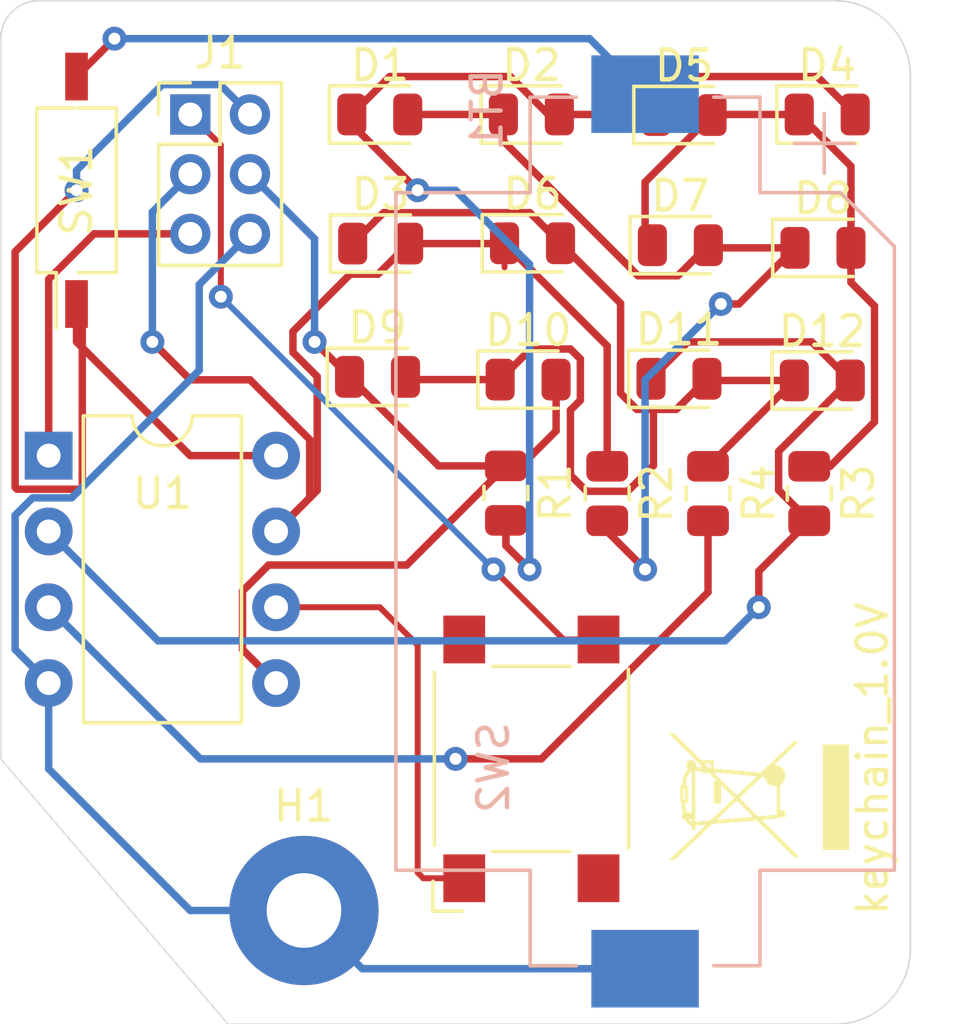
<source format=kicad_pcb>
(kicad_pcb (version 20171130) (host pcbnew "(5.1.8)-1")

  (general
    (thickness 1.6)
    (drawings 9)
    (tracks 186)
    (zones 0)
    (modules 23)
    (nets 15)
  )

  (page A4)
  (layers
    (0 F.Cu signal)
    (31 B.Cu signal)
    (32 B.Adhes user)
    (33 F.Adhes user)
    (34 B.Paste user)
    (35 F.Paste user)
    (36 B.SilkS user)
    (37 F.SilkS user)
    (38 B.Mask user)
    (39 F.Mask user)
    (40 Dwgs.User user)
    (41 Cmts.User user)
    (42 Eco1.User user)
    (43 Eco2.User user)
    (44 Edge.Cuts user)
    (45 Margin user)
    (46 B.CrtYd user)
    (47 F.CrtYd user)
    (48 B.Fab user)
    (49 F.Fab user hide)
  )

  (setup
    (last_trace_width 0.25)
    (user_trace_width 0.2)
    (user_trace_width 1.5)
    (trace_clearance 0.2)
    (zone_clearance 0.508)
    (zone_45_only no)
    (trace_min 0.2)
    (via_size 0.8)
    (via_drill 0.4)
    (via_min_size 0.4)
    (via_min_drill 0.3)
    (uvia_size 0.3)
    (uvia_drill 0.1)
    (uvias_allowed no)
    (uvia_min_size 0.2)
    (uvia_min_drill 0.1)
    (edge_width 0.05)
    (segment_width 0.2)
    (pcb_text_width 0.3)
    (pcb_text_size 1.5 1.5)
    (mod_edge_width 0.12)
    (mod_text_size 1 1)
    (mod_text_width 0.15)
    (pad_size 1.524 1.524)
    (pad_drill 0.762)
    (pad_to_mask_clearance 0)
    (aux_axis_origin 0 0)
    (visible_elements 7FFEFFFF)
    (pcbplotparams
      (layerselection 0x010fc_ffffffff)
      (usegerberextensions false)
      (usegerberattributes true)
      (usegerberadvancedattributes true)
      (creategerberjobfile true)
      (excludeedgelayer true)
      (linewidth 0.100000)
      (plotframeref false)
      (viasonmask false)
      (mode 1)
      (useauxorigin false)
      (hpglpennumber 1)
      (hpglpenspeed 20)
      (hpglpendiameter 15.000000)
      (psnegative false)
      (psa4output false)
      (plotreference true)
      (plotvalue true)
      (plotinvisibletext false)
      (padsonsilk false)
      (subtractmaskfromsilk false)
      (outputformat 1)
      (mirror false)
      (drillshape 0)
      (scaleselection 1)
      (outputdirectory "keychain_gerber_files/"))
  )

  (net 0 "")
  (net 1 "Net-(BT1-Pad1)")
  (net 2 GND)
  (net 3 "Net-(D1-Pad2)")
  (net 4 "Net-(D1-Pad1)")
  (net 5 SCK)
  (net 6 "Net-(D10-Pad1)")
  (net 7 "Net-(D4-Pad1)")
  (net 8 MOSI)
  (net 9 pin_C)
  (net 10 RESET)
  (net 11 VCC)
  (net 12 MISO)
  (net 13 pin_D)
  (net 14 "Net-(SW2-Pad1)")

  (net_class Default "This is the default net class."
    (clearance 0.2)
    (trace_width 0.25)
    (via_dia 0.8)
    (via_drill 0.4)
    (uvia_dia 0.3)
    (uvia_drill 0.1)
    (add_net GND)
    (add_net MISO)
    (add_net MOSI)
    (add_net "Net-(BT1-Pad1)")
    (add_net "Net-(D1-Pad1)")
    (add_net "Net-(D1-Pad2)")
    (add_net "Net-(D10-Pad1)")
    (add_net "Net-(D4-Pad1)")
    (add_net "Net-(SW2-Pad1)")
    (add_net RESET)
    (add_net SCK)
    (add_net VCC)
    (add_net pin_C)
    (add_net pin_D)
  )

  (module Symbol:WEEE-Logo_4.2x6mm_SilkScreen (layer F.Cu) (tedit 0) (tstamp 605D563C)
    (at 129.54 81.28 90)
    (descr "Waste Electrical and Electronic Equipment Directive")
    (tags "Logo WEEE")
    (attr virtual)
    (fp_text reference REF** (at 0 0 90) (layer F.SilkS) hide
      (effects (font (size 1 1) (thickness 0.15)))
    )
    (fp_text value WEEE-Logo_4.2x6mm_SilkScreen (at 0.75 0 90) (layer F.Fab) hide
      (effects (font (size 1 1) (thickness 0.15)))
    )
    (fp_poly (pts (xy 1.747822 3.017822) (xy -1.772971 3.017822) (xy -1.772971 2.150198) (xy 1.747822 2.150198)
      (xy 1.747822 3.017822)) (layer F.SilkS) (width 0.01))
    (fp_poly (pts (xy 2.12443 -2.935152) (xy 2.123811 -2.848069) (xy 1.672086 -2.389109) (xy 1.220361 -1.930148)
      (xy 1.220032 -1.719529) (xy 1.219703 -1.508911) (xy 0.94461 -1.508911) (xy 0.937522 -1.45547)
      (xy 0.934838 -1.431112) (xy 0.930313 -1.385241) (xy 0.924191 -1.320595) (xy 0.916712 -1.239909)
      (xy 0.908119 -1.145919) (xy 0.898654 -1.041363) (xy 0.888558 -0.928975) (xy 0.878074 -0.811493)
      (xy 0.867444 -0.691652) (xy 0.856909 -0.572189) (xy 0.846713 -0.455841) (xy 0.837095 -0.345343)
      (xy 0.8283 -0.243431) (xy 0.820568 -0.152842) (xy 0.814142 -0.076313) (xy 0.809263 -0.016579)
      (xy 0.806175 0.023624) (xy 0.805117 0.041559) (xy 0.805118 0.041644) (xy 0.812827 0.056035)
      (xy 0.835981 0.085748) (xy 0.874895 0.131131) (xy 0.929884 0.192529) (xy 1.001264 0.270288)
      (xy 1.089349 0.364754) (xy 1.194454 0.476272) (xy 1.316895 0.605188) (xy 1.35131 0.641287)
      (xy 1.897137 1.213416) (xy 1.808881 1.301436) (xy 1.737485 1.223758) (xy 1.711366 1.195686)
      (xy 1.670566 1.152274) (xy 1.617777 1.096366) (xy 1.555691 1.030808) (xy 1.487 0.958441)
      (xy 1.414396 0.882112) (xy 1.37096 0.836524) (xy 1.289416 0.751119) (xy 1.223504 0.68271)
      (xy 1.171544 0.630053) (xy 1.131855 0.591905) (xy 1.102757 0.56702) (xy 1.082569 0.554156)
      (xy 1.06961 0.552068) (xy 1.0622 0.559513) (xy 1.058658 0.575246) (xy 1.057303 0.598023)
      (xy 1.057121 0.604239) (xy 1.047703 0.647061) (xy 1.024497 0.698819) (xy 0.992136 0.751328)
      (xy 0.955252 0.796403) (xy 0.940493 0.810328) (xy 0.864767 0.859047) (xy 0.776308 0.886306)
      (xy 0.6981 0.892773) (xy 0.609468 0.880576) (xy 0.527612 0.844813) (xy 0.455164 0.786722)
      (xy 0.441797 0.772262) (xy 0.392918 0.716733) (xy -0.452674 0.716733) (xy -0.452674 0.892773)
      (xy -0.67901 0.892773) (xy -0.67901 0.810531) (xy -0.68185 0.754386) (xy -0.691393 0.715416)
      (xy -0.702991 0.694219) (xy -0.711277 0.679052) (xy -0.718373 0.657062) (xy -0.724748 0.624987)
      (xy -0.730872 0.579569) (xy -0.737216 0.517548) (xy -0.74425 0.435662) (xy -0.749066 0.374746)
      (xy -0.771161 0.089343) (xy -1.313565 0.638805) (xy -1.411637 0.738228) (xy -1.505784 0.833815)
      (xy -1.594285 0.92381) (xy -1.67542 1.006457) (xy -1.747469 1.080001) (xy -1.808712 1.142684)
      (xy -1.857427 1.192752) (xy -1.891896 1.228448) (xy -1.910379 1.247995) (xy -1.940743 1.278944)
      (xy -1.966071 1.30053) (xy -1.979695 1.307723) (xy -1.997095 1.299297) (xy -2.02246 1.278245)
      (xy -2.031058 1.269671) (xy -2.067514 1.23162) (xy -1.866802 1.027658) (xy -1.815596 0.975699)
      (xy -1.749569 0.90882) (xy -1.671618 0.82995) (xy -1.584638 0.742014) (xy -1.491526 0.647941)
      (xy -1.395179 0.550658) (xy -1.298492 0.453093) (xy -1.229134 0.383145) (xy -1.123703 0.27655)
      (xy -1.035129 0.186307) (xy -0.962281 0.111192) (xy -0.904023 0.049986) (xy -0.859225 0.001466)
      (xy -0.837021 -0.023871) (xy -0.658724 -0.023871) (xy -0.636401 0.261555) (xy -0.629669 0.345219)
      (xy -0.623157 0.421727) (xy -0.617234 0.487081) (xy -0.612268 0.537281) (xy -0.608629 0.568329)
      (xy -0.607458 0.575273) (xy -0.600838 0.603565) (xy 0.348636 0.603565) (xy 0.354974 0.524606)
      (xy 0.37411 0.431315) (xy 0.414154 0.348791) (xy 0.472582 0.280038) (xy 0.546871 0.228063)
      (xy 0.630252 0.196863) (xy 0.657302 0.182228) (xy 0.670844 0.150819) (xy 0.671128 0.149434)
      (xy 0.672753 0.136174) (xy 0.670744 0.122595) (xy 0.663142 0.106181) (xy 0.647984 0.084411)
      (xy 0.623312 0.054767) (xy 0.587164 0.014732) (xy 0.53758 -0.038215) (xy 0.472599 -0.106591)
      (xy 0.468401 -0.110995) (xy 0.398507 -0.184389) (xy 0.3242 -0.262563) (xy 0.250586 -0.340136)
      (xy 0.182771 -0.411725) (xy 0.12586 -0.471949) (xy 0.113168 -0.485413) (xy 0.064513 -0.53618)
      (xy 0.021291 -0.579625) (xy -0.013395 -0.612759) (xy -0.036444 -0.632595) (xy -0.044182 -0.636954)
      (xy -0.055722 -0.62783) (xy -0.08271 -0.6028) (xy -0.123021 -0.563948) (xy -0.174529 -0.513357)
      (xy -0.235109 -0.453112) (xy -0.302636 -0.385296) (xy -0.357826 -0.329435) (xy -0.658724 -0.023871)
      (xy -0.837021 -0.023871) (xy -0.826751 -0.035589) (xy -0.805471 -0.062401) (xy -0.794251 -0.080192)
      (xy -0.791754 -0.08843) (xy -0.7927 -0.10641) (xy -0.795573 -0.147108) (xy -0.800187 -0.208181)
      (xy -0.806358 -0.287287) (xy -0.813898 -0.382086) (xy -0.822621 -0.490233) (xy -0.832343 -0.609388)
      (xy -0.842876 -0.737209) (xy -0.851365 -0.839365) (xy -0.899396 -1.415326) (xy -0.775805 -1.415326)
      (xy -0.775273 -1.402896) (xy -0.772769 -1.36789) (xy -0.768496 -1.312785) (xy -0.762653 -1.240057)
      (xy -0.755443 -1.152186) (xy -0.747066 -1.051649) (xy -0.737723 -0.940923) (xy -0.728758 -0.835795)
      (xy -0.718602 -0.716517) (xy -0.709142 -0.60392) (xy -0.700596 -0.500695) (xy -0.693179 -0.409527)
      (xy -0.687108 -0.333105) (xy -0.682601 -0.274117) (xy -0.679873 -0.235251) (xy -0.679116 -0.220156)
      (xy -0.677935 -0.210762) (xy -0.673256 -0.207034) (xy -0.663276 -0.210529) (xy -0.64619 -0.222801)
      (xy -0.620196 -0.245406) (xy -0.58349 -0.2799) (xy -0.534267 -0.327838) (xy -0.470726 -0.390776)
      (xy -0.403305 -0.458032) (xy -0.127601 -0.733523) (xy -0.129533 -0.735594) (xy 0.05271 -0.735594)
      (xy 0.061016 -0.72422) (xy 0.084267 -0.697437) (xy 0.120135 -0.657708) (xy 0.166287 -0.607493)
      (xy 0.220394 -0.549254) (xy 0.280126 -0.485453) (xy 0.343152 -0.418551) (xy 0.407142 -0.35101)
      (xy 0.469764 -0.28529) (xy 0.52869 -0.223854) (xy 0.581588 -0.169163) (xy 0.626128 -0.123678)
      (xy 0.65998 -0.089862) (xy 0.680812 -0.070174) (xy 0.686494 -0.066163) (xy 0.688366 -0.079109)
      (xy 0.692254 -0.114866) (xy 0.697943 -0.171196) (xy 0.705219 -0.24586) (xy 0.713869 -0.33662)
      (xy 0.723678 -0.441238) (xy 0.734434 -0.557474) (xy 0.745921 -0.683092) (xy 0.755093 -0.784382)
      (xy 0.766826 -0.915721) (xy 0.777665 -1.039448) (xy 0.78743 -1.153319) (xy 0.795937 -1.255089)
      (xy 0.803005 -1.342513) (xy 0.808451 -1.413347) (xy 0.812092 -1.465347) (xy 0.813747 -1.496268)
      (xy 0.813558 -1.504297) (xy 0.803666 -1.497146) (xy 0.778476 -1.474159) (xy 0.74019 -1.437561)
      (xy 0.691011 -1.389578) (xy 0.633139 -1.332434) (xy 0.568778 -1.268353) (xy 0.500129 -1.199562)
      (xy 0.429395 -1.128284) (xy 0.358778 -1.056745) (xy 0.29048 -0.98717) (xy 0.226704 -0.921783)
      (xy 0.16965 -0.862809) (xy 0.121522 -0.812473) (xy 0.084522 -0.773001) (xy 0.060852 -0.746617)
      (xy 0.05271 -0.735594) (xy -0.129533 -0.735594) (xy -0.230409 -0.843705) (xy -0.282768 -0.899623)
      (xy -0.341535 -0.962052) (xy -0.404385 -1.028557) (xy -0.468995 -1.096702) (xy -0.533042 -1.164052)
      (xy -0.594203 -1.228172) (xy -0.650153 -1.286628) (xy -0.69857 -1.336982) (xy -0.73713 -1.376802)
      (xy -0.763509 -1.40365) (xy -0.775384 -1.415092) (xy -0.775805 -1.415326) (xy -0.899396 -1.415326)
      (xy -0.911401 -1.559274) (xy -1.511938 -2.190842) (xy -2.112475 -2.822411) (xy -2.112034 -2.910685)
      (xy -2.111592 -2.99896) (xy -2.014583 -2.895334) (xy -1.960291 -2.837537) (xy -1.896192 -2.769632)
      (xy -1.824016 -2.693428) (xy -1.745492 -2.610731) (xy -1.662349 -2.523347) (xy -1.576319 -2.433085)
      (xy -1.48913 -2.34175) (xy -1.402513 -2.251151) (xy -1.318197 -2.163093) (xy -1.237912 -2.079385)
      (xy -1.163387 -2.001833) (xy -1.096354 -1.932243) (xy -1.038541 -1.872424) (xy -0.991679 -1.824182)
      (xy -0.957496 -1.789324) (xy -0.937724 -1.769657) (xy -0.93339 -1.765884) (xy -0.933092 -1.779008)
      (xy -0.934731 -1.812611) (xy -0.938023 -1.86212) (xy -0.942682 -1.922963) (xy -0.944682 -1.947268)
      (xy -0.959577 -2.125049) (xy -0.842955 -2.125049) (xy -0.836934 -2.096757) (xy -0.833863 -2.074382)
      (xy -0.829548 -2.032283) (xy -0.824488 -1.975822) (xy -0.819181 -1.910365) (xy -0.817344 -1.886138)
      (xy -0.811927 -1.816579) (xy -0.806459 -1.751982) (xy -0.801488 -1.698452) (xy -0.797561 -1.66209)
      (xy -0.796675 -1.655491) (xy -0.793334 -1.641944) (xy -0.786101 -1.626086) (xy -0.77344 -1.606139)
      (xy -0.753811 -1.580327) (xy -0.725678 -1.546871) (xy -0.687502 -1.503993) (xy -0.637746 -1.449917)
      (xy -0.574871 -1.382864) (xy -0.497341 -1.301057) (xy -0.418251 -1.21805) (xy -0.339564 -1.135906)
      (xy -0.266112 -1.059831) (xy -0.199724 -0.991675) (xy -0.142227 -0.933288) (xy -0.095451 -0.886519)
      (xy -0.061224 -0.853218) (xy -0.041373 -0.835233) (xy -0.03714 -0.832558) (xy -0.026003 -0.842259)
      (xy 0.000029 -0.867559) (xy 0.03843 -0.905918) (xy 0.086672 -0.9548) (xy 0.14223 -1.011666)
      (xy 0.182408 -1.053094) (xy 0.392169 -1.27) (xy -0.226337 -1.27) (xy -0.226337 -1.508911)
      (xy 0.528119 -1.508911) (xy 0.528119 -1.402458) (xy 0.666435 -1.540346) (xy 0.764553 -1.63816)
      (xy 0.955643 -1.63816) (xy 0.957471 -1.62273) (xy 0.966723 -1.614133) (xy 0.98905 -1.610387)
      (xy 1.030105 -1.609511) (xy 1.037376 -1.609505) (xy 1.119109 -1.609505) (xy 1.119109 -1.828828)
      (xy 1.037376 -1.747821) (xy 0.99127 -1.698572) (xy 0.963694 -1.660841) (xy 0.955643 -1.63816)
      (xy 0.764553 -1.63816) (xy 0.804752 -1.678234) (xy 0.804752 -1.801048) (xy 0.805137 -1.85755)
      (xy 0.8069 -1.893495) (xy 0.81095 -1.91347) (xy 0.818199 -1.922063) (xy 0.82913 -1.923861)
      (xy 0.841288 -1.926502) (xy 0.850273 -1.937088) (xy 0.857174 -1.959619) (xy 0.863076 -1.998091)
      (xy 0.869065 -2.056502) (xy 0.870987 -2.077896) (xy 0.875148 -2.125049) (xy -0.842955 -2.125049)
      (xy -0.959577 -2.125049) (xy -1.119109 -2.125049) (xy -1.119109 -2.238218) (xy -1.051314 -2.238218)
      (xy -1.011662 -2.239304) (xy -0.990116 -2.244546) (xy -0.98748 -2.247666) (xy -0.848616 -2.247666)
      (xy -0.841308 -2.240538) (xy -0.815993 -2.238338) (xy -0.798908 -2.238218) (xy -0.741881 -2.238218)
      (xy -0.529221 -2.238218) (xy 0.885302 -2.238218) (xy 0.837458 -2.287214) (xy 0.76315 -2.347676)
      (xy 0.671184 -2.394309) (xy 0.560002 -2.427751) (xy 0.449529 -2.446247) (xy 0.377227 -2.454878)
      (xy 0.377227 -2.36396) (xy -0.201188 -2.36396) (xy -0.201188 -2.467107) (xy -0.286065 -2.458504)
      (xy -0.345368 -2.451244) (xy -0.408551 -2.441621) (xy -0.446386 -2.434748) (xy -0.521832 -2.419593)
      (xy -0.525526 -2.328905) (xy -0.529221 -2.238218) (xy -0.741881 -2.238218) (xy -0.741881 -2.288515)
      (xy -0.743544 -2.320024) (xy -0.747697 -2.337537) (xy -0.749371 -2.338812) (xy -0.767987 -2.330746)
      (xy -0.795183 -2.31118) (xy -0.822448 -2.287056) (xy -0.841267 -2.265318) (xy -0.842943 -2.262492)
      (xy -0.848616 -2.247666) (xy -0.98748 -2.247666) (xy -0.979662 -2.256919) (xy -0.975442 -2.270396)
      (xy -0.958219 -2.305373) (xy -0.925138 -2.347421) (xy -0.881893 -2.390644) (xy -0.834174 -2.429146)
      (xy -0.80283 -2.449199) (xy -0.767123 -2.471149) (xy -0.748819 -2.489589) (xy -0.742388 -2.511332)
      (xy -0.741894 -2.524282) (xy -0.741894 -2.527425) (xy -0.100594 -2.527425) (xy -0.100594 -2.464554)
      (xy 0.276633 -2.464554) (xy 0.276633 -2.527425) (xy -0.100594 -2.527425) (xy -0.741894 -2.527425)
      (xy -0.741881 -2.565148) (xy -0.636048 -2.565148) (xy -0.587355 -2.563971) (xy -0.549405 -2.560835)
      (xy -0.528308 -2.556329) (xy -0.526023 -2.554505) (xy -0.512641 -2.551705) (xy -0.480074 -2.552852)
      (xy -0.433916 -2.557607) (xy -0.402376 -2.561997) (xy -0.345188 -2.570622) (xy -0.292886 -2.578409)
      (xy -0.253582 -2.584153) (xy -0.242055 -2.585785) (xy -0.211937 -2.595112) (xy -0.201188 -2.609728)
      (xy -0.19792 -2.61568) (xy -0.18623 -2.620222) (xy -0.163288 -2.62353) (xy -0.126265 -2.625785)
      (xy -0.072332 -2.627166) (xy 0.00134 -2.62785) (xy 0.08802 -2.62802) (xy 0.180529 -2.627923)
      (xy 0.250906 -2.62747) (xy 0.302164 -2.62641) (xy 0.33732 -2.624497) (xy 0.359389 -2.621481)
      (xy 0.371385 -2.617115) (xy 0.376324 -2.611151) (xy 0.377227 -2.604216) (xy 0.384921 -2.582205)
      (xy 0.410121 -2.569679) (xy 0.456009 -2.565212) (xy 0.464264 -2.565148) (xy 0.541973 -2.557132)
      (xy 0.630233 -2.535064) (xy 0.721085 -2.501916) (xy 0.80657 -2.460661) (xy 0.878726 -2.414269)
      (xy 0.888072 -2.406918) (xy 0.918533 -2.383002) (xy 0.936572 -2.373424) (xy 0.949169 -2.37652)
      (xy 0.9621 -2.389296) (xy 1.000293 -2.414322) (xy 1.049998 -2.423929) (xy 1.103524 -2.418933)
      (xy 1.153178 -2.400149) (xy 1.191267 -2.368394) (xy 1.194025 -2.364703) (xy 1.222526 -2.305425)
      (xy 1.227828 -2.244066) (xy 1.210518 -2.185573) (xy 1.17118 -2.134896) (xy 1.16637 -2.130711)
      (xy 1.13844 -2.110833) (xy 1.110102 -2.102079) (xy 1.070263 -2.101447) (xy 1.060311 -2.102008)
      (xy 1.021332 -2.103438) (xy 1.001254 -2.100161) (xy 0.993985 -2.090272) (xy 0.99324 -2.081039)
      (xy 0.991716 -2.054256) (xy 0.987935 -2.013975) (xy 0.985218 -1.989876) (xy 0.981277 -1.951599)
      (xy 0.982916 -1.932004) (xy 0.992421 -1.924842) (xy 1.009351 -1.923861) (xy 1.019392 -1.927099)
      (xy 1.03559 -1.93758) (xy 1.059145 -1.956452) (xy 1.091257 -1.984865) (xy 1.133128 -2.023965)
      (xy 1.185957 -2.074903) (xy 1.250945 -2.138827) (xy 1.329291 -2.216886) (xy 1.422197 -2.310228)
      (xy 1.530863 -2.420002) (xy 1.583231 -2.473048) (xy 2.125049 -3.022233) (xy 2.12443 -2.935152)) (layer F.SilkS) (width 0.01))
  )

  (module Package_DIP:DIP-8_W7.62mm (layer F.Cu) (tedit 5A02E8C5) (tstamp 605C7CB7)
    (at 105.746618 69.85)
    (descr "8-lead though-hole mounted DIP package, row spacing 7.62 mm (300 mils)")
    (tags "THT DIP DIL PDIP 2.54mm 7.62mm 300mil")
    (path /605C8024)
    (fp_text reference U1 (at 3.81 1.27) (layer F.SilkS)
      (effects (font (size 1 1) (thickness 0.15)))
    )
    (fp_text value ATtiny85-20PU (at 3.81 9.95) (layer F.Fab)
      (effects (font (size 1 1) (thickness 0.15)))
    )
    (fp_line (start 8.7 -1.55) (end -1.1 -1.55) (layer F.CrtYd) (width 0.05))
    (fp_line (start 8.7 9.15) (end 8.7 -1.55) (layer F.CrtYd) (width 0.05))
    (fp_line (start -1.1 9.15) (end 8.7 9.15) (layer F.CrtYd) (width 0.05))
    (fp_line (start -1.1 -1.55) (end -1.1 9.15) (layer F.CrtYd) (width 0.05))
    (fp_line (start 6.46 -1.33) (end 4.81 -1.33) (layer F.SilkS) (width 0.12))
    (fp_line (start 6.46 8.95) (end 6.46 -1.33) (layer F.SilkS) (width 0.12))
    (fp_line (start 1.16 8.95) (end 6.46 8.95) (layer F.SilkS) (width 0.12))
    (fp_line (start 1.16 -1.33) (end 1.16 8.95) (layer F.SilkS) (width 0.12))
    (fp_line (start 2.81 -1.33) (end 1.16 -1.33) (layer F.SilkS) (width 0.12))
    (fp_line (start 0.635 -0.27) (end 1.635 -1.27) (layer F.Fab) (width 0.1))
    (fp_line (start 0.635 8.89) (end 0.635 -0.27) (layer F.Fab) (width 0.1))
    (fp_line (start 6.985 8.89) (end 0.635 8.89) (layer F.Fab) (width 0.1))
    (fp_line (start 6.985 -1.27) (end 6.985 8.89) (layer F.Fab) (width 0.1))
    (fp_line (start 1.635 -1.27) (end 6.985 -1.27) (layer F.Fab) (width 0.1))
    (fp_text user %R (at 3.81 3.81) (layer F.Fab)
      (effects (font (size 1 1) (thickness 0.15)))
    )
    (fp_arc (start 3.81 -1.33) (end 2.81 -1.33) (angle -180) (layer F.SilkS) (width 0.12))
    (pad 8 thru_hole oval (at 7.62 0) (size 1.6 1.6) (drill 0.8) (layers *.Cu *.Mask)
      (net 11 VCC))
    (pad 4 thru_hole oval (at 0 7.62) (size 1.6 1.6) (drill 0.8) (layers *.Cu *.Mask)
      (net 2 GND))
    (pad 7 thru_hole oval (at 7.62 2.54) (size 1.6 1.6) (drill 0.8) (layers *.Cu *.Mask)
      (net 5 SCK))
    (pad 3 thru_hole oval (at 0 5.08) (size 1.6 1.6) (drill 0.8) (layers *.Cu *.Mask)
      (net 13 pin_D))
    (pad 6 thru_hole oval (at 7.62 5.08) (size 1.6 1.6) (drill 0.8) (layers *.Cu *.Mask)
      (net 14 "Net-(SW2-Pad1)"))
    (pad 2 thru_hole oval (at 0 2.54) (size 1.6 1.6) (drill 0.8) (layers *.Cu *.Mask)
      (net 9 pin_C))
    (pad 5 thru_hole oval (at 7.62 7.62) (size 1.6 1.6) (drill 0.8) (layers *.Cu *.Mask)
      (net 8 MOSI))
    (pad 1 thru_hole rect (at 0 0) (size 1.6 1.6) (drill 0.8) (layers *.Cu *.Mask)
      (net 10 RESET))
    (model ${KISYS3DMOD}/Package_DIP.3dshapes/DIP-8_W7.62mm.wrl
      (at (xyz 0 0 0))
      (scale (xyz 1 1 1))
      (rotate (xyz 0 0 0))
    )
  )

  (module Battery:BatteryHolder_Keystone_1060_1x2032 (layer B.Cu) (tedit 5B98EF5E) (tstamp 605C85B8)
    (at 125.73 72.39 270)
    (descr http://www.keyelco.com/product-pdf.cfm?p=726)
    (tags "CR2032 BR2032 BatteryHolder Battery")
    (path /605C94D8)
    (attr smd)
    (fp_text reference BT1 (at -14.125 5.3 270) (layer B.SilkS)
      (effects (font (size 1 1) (thickness 0.15)) (justify mirror))
    )
    (fp_text value Battery_Cell (at 0 11.75 270) (layer B.Fab)
      (effects (font (size 1 1) (thickness 0.15)) (justify mirror))
    )
    (fp_circle (center 0 0) (end -10.2 0) (layer Dwgs.User) (width 0.3))
    (fp_line (start 11 -8) (end -9.4 -8) (layer B.Fab) (width 0.1))
    (fp_line (start 11 8) (end -11 8) (layer B.Fab) (width 0.1))
    (fp_line (start 11 -8) (end 11 -3.5) (layer B.Fab) (width 0.1))
    (fp_line (start 11 8) (end 11 3.5) (layer B.Fab) (width 0.1))
    (fp_line (start -11 8) (end -11 3.5) (layer B.Fab) (width 0.1))
    (fp_line (start -11 -6.4) (end -11 -3.5) (layer B.Fab) (width 0.1))
    (fp_line (start -11 -3.5) (end -14.2 -3.5) (layer B.Fab) (width 0.1))
    (fp_line (start -14.2 -3.5) (end -14.2 3.5) (layer B.Fab) (width 0.1))
    (fp_line (start -14.2 3.5) (end -11 3.5) (layer B.Fab) (width 0.1))
    (fp_line (start 11 -3.5) (end 14.2 -3.5) (layer B.Fab) (width 0.1))
    (fp_line (start 14.2 -3.5) (end 14.2 3.5) (layer B.Fab) (width 0.1))
    (fp_line (start 14.2 3.5) (end 11 3.5) (layer B.Fab) (width 0.1))
    (fp_line (start -9.4 -8) (end -11 -6.4) (layer B.Fab) (width 0.1))
    (fp_line (start 11.35 -3.85) (end 14.55 -3.85) (layer B.SilkS) (width 0.12))
    (fp_line (start 14.55 -3.85) (end 14.55 -2.3) (layer B.SilkS) (width 0.12))
    (fp_line (start 11.35 -8.35) (end 11.35 -3.85) (layer B.SilkS) (width 0.12))
    (fp_line (start 11.35 -8.35) (end -9.55 -8.35) (layer B.SilkS) (width 0.12))
    (fp_line (start -11.35 -6.55) (end -11.35 -3.85) (layer B.SilkS) (width 0.12))
    (fp_line (start -9.55 -8.35) (end -11.35 -6.55) (layer B.SilkS) (width 0.12))
    (fp_line (start -11.35 -3.85) (end -14.55 -3.85) (layer B.SilkS) (width 0.12))
    (fp_line (start -14.55 -3.85) (end -14.55 -2.3) (layer B.SilkS) (width 0.12))
    (fp_line (start -11.35 3.85) (end -14.55 3.85) (layer B.SilkS) (width 0.12))
    (fp_line (start -14.55 3.85) (end -14.55 2.3) (layer B.SilkS) (width 0.12))
    (fp_line (start 11.35 3.85) (end 14.55 3.85) (layer B.SilkS) (width 0.12))
    (fp_line (start 14.55 3.85) (end 14.55 2.3) (layer B.SilkS) (width 0.12))
    (fp_line (start -11.35 8.35) (end 11.35 8.35) (layer B.SilkS) (width 0.12))
    (fp_line (start -11.35 8.35) (end -11.35 3.85) (layer B.SilkS) (width 0.12))
    (fp_line (start 11.35 8.35) (end 11.35 3.85) (layer B.SilkS) (width 0.12))
    (fp_line (start 11.5 -8.5) (end 6.5 -8.5) (layer B.CrtYd) (width 0.05))
    (fp_line (start -6.5 -8.5) (end -11.5 -8.5) (layer B.CrtYd) (width 0.05))
    (fp_line (start -11.5 -4) (end -11.5 -8.5) (layer B.CrtYd) (width 0.05))
    (fp_line (start -14.7 -4) (end -11.5 -4) (layer B.CrtYd) (width 0.05))
    (fp_line (start -14.7 -4) (end -14.7 -2.3) (layer B.CrtYd) (width 0.05))
    (fp_line (start -14.7 -2.3) (end -16.45 -2.3) (layer B.CrtYd) (width 0.05))
    (fp_line (start -16.45 -2.3) (end -16.45 2.3) (layer B.CrtYd) (width 0.05))
    (fp_line (start -14.7 2.3) (end -16.45 2.3) (layer B.CrtYd) (width 0.05))
    (fp_line (start -14.7 2.3) (end -14.7 4) (layer B.CrtYd) (width 0.05))
    (fp_line (start -14.7 4) (end -11.5 4) (layer B.CrtYd) (width 0.05))
    (fp_line (start -11.5 4) (end -11.5 8.5) (layer B.CrtYd) (width 0.05))
    (fp_line (start -11.5 8.5) (end -6.5 8.5) (layer B.CrtYd) (width 0.05))
    (fp_line (start 11.5 8.5) (end 11.5 4) (layer B.CrtYd) (width 0.05))
    (fp_line (start 11.5 4) (end 14.7 4) (layer B.CrtYd) (width 0.05))
    (fp_line (start 14.7 4) (end 14.7 2.3) (layer B.CrtYd) (width 0.05))
    (fp_line (start 14.7 2.3) (end 16.45 2.3) (layer B.CrtYd) (width 0.05))
    (fp_line (start 16.45 2.3) (end 16.45 -2.3) (layer B.CrtYd) (width 0.05))
    (fp_line (start 16.45 -2.3) (end 14.7 -2.3) (layer B.CrtYd) (width 0.05))
    (fp_line (start 14.7 -2.3) (end 14.7 -4) (layer B.CrtYd) (width 0.05))
    (fp_line (start 14.7 -4) (end 11.5 -4) (layer B.CrtYd) (width 0.05))
    (fp_line (start 11.5 -4) (end 11.5 -8.5) (layer B.CrtYd) (width 0.05))
    (fp_line (start 11.5 8.5) (end 6.5 8.5) (layer B.CrtYd) (width 0.05))
    (fp_line (start -13 -5) (end -13 -7) (layer B.SilkS) (width 0.12))
    (fp_line (start -12 -6) (end -14 -6) (layer B.SilkS) (width 0.12))
    (fp_arc (start 0 0) (end -6.5 -8.5) (angle 74.81070976) (layer B.CrtYd) (width 0.05))
    (fp_arc (start 0 0) (end 6.5 8.5) (angle 74.81070976) (layer B.CrtYd) (width 0.05))
    (fp_text user %R (at 0 0 270) (layer B.Fab)
      (effects (font (size 1 1) (thickness 0.15)) (justify mirror))
    )
    (pad 2 smd rect (at 14.65 0 90) (size 2.6 3.6) (layers B.Cu B.Paste B.Mask)
      (net 2 GND))
    (pad 1 smd rect (at -14.65 0 90) (size 2.6 3.6) (layers B.Cu B.Paste B.Mask)
      (net 1 "Net-(BT1-Pad1)"))
    (model ${KISYS3DMOD}/Battery.3dshapes/BatteryHolder_Keystone_1060_1x2032.wrl
      (at (xyz 0 0 0))
      (scale (xyz 1 1 1))
      (rotate (xyz 0 0 0))
    )
  )

  (module MountingHole:MountingHole_2.5mm_Pad_TopBottom (layer F.Cu) (tedit 56D1B4CB) (tstamp 605C65E1)
    (at 114.3 85.09)
    (descr "Mounting Hole 2.5mm")
    (tags "mounting hole 2.5mm")
    (path /60605C42)
    (attr virtual)
    (fp_text reference H1 (at 0 -3.5) (layer F.SilkS)
      (effects (font (size 1 1) (thickness 0.15)))
    )
    (fp_text value MountingHole_Pad (at 0 3.5) (layer F.Fab)
      (effects (font (size 1 1) (thickness 0.15)))
    )
    (fp_circle (center 0 0) (end 2.75 0) (layer F.CrtYd) (width 0.05))
    (fp_circle (center 0 0) (end 2.5 0) (layer Cmts.User) (width 0.15))
    (fp_text user %R (at 0.3 0) (layer F.Fab)
      (effects (font (size 1 1) (thickness 0.15)))
    )
    (pad 1 connect circle (at 0 0) (size 5 5) (layers B.Cu B.Mask)
      (net 2 GND))
    (pad 1 connect circle (at 0 0) (size 5 5) (layers F.Cu F.Mask)
      (net 2 GND))
    (pad 1 thru_hole circle (at 0 0) (size 2.9 2.9) (drill 2.5) (layers *.Cu *.Mask)
      (net 2 GND))
  )

  (module Connector_PinHeader_2.00mm:PinHeader_2x03_P2.00mm_Vertical (layer F.Cu) (tedit 59FED667) (tstamp 605C7C66)
    (at 110.49 58.42)
    (descr "Through hole straight pin header, 2x03, 2.00mm pitch, double rows")
    (tags "Through hole pin header THT 2x03 2.00mm double row")
    (path /605EDF67)
    (fp_text reference J1 (at 1 -2.06) (layer F.SilkS)
      (effects (font (size 1 1) (thickness 0.15)))
    )
    (fp_text value Conn_02x03_Odd_Even (at 1 6.06) (layer F.Fab)
      (effects (font (size 1 1) (thickness 0.15)))
    )
    (fp_line (start 3.5 -1.5) (end -1.5 -1.5) (layer F.CrtYd) (width 0.05))
    (fp_line (start 3.5 5.5) (end 3.5 -1.5) (layer F.CrtYd) (width 0.05))
    (fp_line (start -1.5 5.5) (end 3.5 5.5) (layer F.CrtYd) (width 0.05))
    (fp_line (start -1.5 -1.5) (end -1.5 5.5) (layer F.CrtYd) (width 0.05))
    (fp_line (start -1.06 -1.06) (end 0 -1.06) (layer F.SilkS) (width 0.12))
    (fp_line (start -1.06 0) (end -1.06 -1.06) (layer F.SilkS) (width 0.12))
    (fp_line (start 1 -1.06) (end 3.06 -1.06) (layer F.SilkS) (width 0.12))
    (fp_line (start 1 1) (end 1 -1.06) (layer F.SilkS) (width 0.12))
    (fp_line (start -1.06 1) (end 1 1) (layer F.SilkS) (width 0.12))
    (fp_line (start 3.06 -1.06) (end 3.06 5.06) (layer F.SilkS) (width 0.12))
    (fp_line (start -1.06 1) (end -1.06 5.06) (layer F.SilkS) (width 0.12))
    (fp_line (start -1.06 5.06) (end 3.06 5.06) (layer F.SilkS) (width 0.12))
    (fp_line (start -1 0) (end 0 -1) (layer F.Fab) (width 0.1))
    (fp_line (start -1 5) (end -1 0) (layer F.Fab) (width 0.1))
    (fp_line (start 3 5) (end -1 5) (layer F.Fab) (width 0.1))
    (fp_line (start 3 -1) (end 3 5) (layer F.Fab) (width 0.1))
    (fp_line (start 0 -1) (end 3 -1) (layer F.Fab) (width 0.1))
    (fp_text user %R (at 1 2 -270) (layer F.Fab)
      (effects (font (size 1 1) (thickness 0.15)))
    )
    (pad 6 thru_hole oval (at 2 4) (size 1.35 1.35) (drill 0.8) (layers *.Cu *.Mask)
      (net 2 GND))
    (pad 5 thru_hole oval (at 0 4) (size 1.35 1.35) (drill 0.8) (layers *.Cu *.Mask)
      (net 10 RESET))
    (pad 4 thru_hole oval (at 2 2) (size 1.35 1.35) (drill 0.8) (layers *.Cu *.Mask)
      (net 8 MOSI))
    (pad 3 thru_hole oval (at 0 2) (size 1.35 1.35) (drill 0.8) (layers *.Cu *.Mask)
      (net 5 SCK))
    (pad 2 thru_hole oval (at 2 0) (size 1.35 1.35) (drill 0.8) (layers *.Cu *.Mask)
      (net 11 VCC))
    (pad 1 thru_hole rect (at 0 0) (size 1.35 1.35) (drill 0.8) (layers *.Cu *.Mask)
      (net 12 MISO))
    (model ${KISYS3DMOD}/Connector_PinHeader_2.00mm.3dshapes/PinHeader_2x03_P2.00mm_Vertical.wrl
      (at (xyz 0 0 0))
      (scale (xyz 1 1 1))
      (rotate (xyz 0 0 0))
    )
  )

  (module Button_Switch_SMD:SW_SPST_Omron_B3FS-100xP (layer F.Cu) (tedit 5E6E8EA9) (tstamp 605C832A)
    (at 121.92 80.01 90)
    (descr "Surface Mount Tactile Switch for High-Density Mounting, 3.1mm height, https://omronfs.omron.com/en_US/ecb/products/pdf/en-b3fs.pdf")
    (tags "Tactile Switch")
    (path /605C583E)
    (attr smd)
    (fp_text reference SW2 (at -0.29 -1.27 90) (layer B.SilkS)
      (effects (font (size 1 1) (thickness 0.15)) (justify mirror))
    )
    (fp_text value SW_MEC_5E (at 0 4.2 90) (layer F.Fab)
      (effects (font (size 1 1) (thickness 0.15)))
    )
    (fp_line (start 2.9 -3.25) (end -2.9 -3.25) (layer F.SilkS) (width 0.12))
    (fp_line (start 3 3.25) (end -3 3.25) (layer F.SilkS) (width 0.12))
    (fp_line (start 3.1 -1.3) (end 3.1 1.3) (layer F.SilkS) (width 0.12))
    (fp_line (start -3.1 -1.3) (end -3.1 1.3) (layer F.SilkS) (width 0.12))
    (fp_line (start -3 -3.15) (end 3 -3.15) (layer F.Fab) (width 0.1))
    (fp_line (start 3 -3.15) (end 3 3.15) (layer F.Fab) (width 0.1))
    (fp_line (start 3 3.15) (end -3 3.15) (layer F.Fab) (width 0.1))
    (fp_line (start -3 3.15) (end -3 -3.15) (layer F.Fab) (width 0.1))
    (fp_line (start -5.05 -3.4) (end 5.05 -3.4) (layer F.CrtYd) (width 0.05))
    (fp_line (start 5.05 -3.4) (end 5.05 -1.3) (layer F.CrtYd) (width 0.05))
    (fp_line (start 5.05 -1.3) (end 3.25 -1.3) (layer F.CrtYd) (width 0.05))
    (fp_line (start 3.25 -1.3) (end 3.25 1.3) (layer F.CrtYd) (width 0.05))
    (fp_line (start 3.25 1.3) (end 5.05 1.3) (layer F.CrtYd) (width 0.05))
    (fp_line (start 5.05 1.3) (end 5.05 3.4) (layer F.CrtYd) (width 0.05))
    (fp_line (start 5.05 3.4) (end -5.05 3.4) (layer F.CrtYd) (width 0.05))
    (fp_line (start -5.05 3.4) (end -5.05 1.3) (layer F.CrtYd) (width 0.05))
    (fp_line (start -5.05 1.3) (end -3.25 1.3) (layer F.CrtYd) (width 0.05))
    (fp_line (start -3.25 1.3) (end -3.25 -1.3) (layer F.CrtYd) (width 0.05))
    (fp_line (start -3.25 -1.3) (end -5.05 -1.3) (layer F.CrtYd) (width 0.05))
    (fp_line (start -5.05 -1.3) (end -5.05 -3.4) (layer F.CrtYd) (width 0.05))
    (fp_circle (center 0 0) (end 1.5 0) (layer F.Fab) (width 0.1))
    (fp_line (start -5.1 -2.3) (end -5.1 -3.3) (layer F.SilkS) (width 0.12))
    (fp_line (start -5.1 -3.3) (end -4.1 -3.3) (layer F.SilkS) (width 0.12))
    (fp_text user %R (at 0 -2.2 90) (layer F.Fab)
      (effects (font (size 1 1) (thickness 0.15)))
    )
    (pad 2 smd rect (at 4 -2.25 270) (size 1.6 1.4) (layers F.Cu F.Paste F.Mask))
    (pad 1 smd rect (at -4 -2.25 270) (size 1.6 1.4) (layers F.Cu F.Paste F.Mask)
      (net 14 "Net-(SW2-Pad1)"))
    (pad 4 smd rect (at 4 2.25 270) (size 1.6 1.4) (layers F.Cu F.Paste F.Mask)
      (net 12 MISO))
    (pad 3 smd rect (at -4 2.25 270) (size 1.6 1.4) (layers F.Cu F.Paste F.Mask))
    (model ${KISYS3DMOD}/Button_Switch_SMD.3dshapes/SW_SPST_Omron_B3FS-100xP.wrl
      (at (xyz 0 0 0))
      (scale (xyz 1 1 1))
      (rotate (xyz 0 0 0))
    )
  )

  (module Button_Switch_SMD:SW_DIP_SPSTx01_Slide_Copal_CHS-01B_W7.62mm_P1.27mm (layer F.Cu) (tedit 5A4E1407) (tstamp 605C9C7C)
    (at 106.68 60.96 90)
    (descr "SMD 1x-dip-switch SPST Copal_CHS-01B, Slide, row spacing 7.62 mm (300 mils), body size  (see http://www.nidec-copal-electronics.com/e/catalog/switch/chs.pdf), SMD")
    (tags "SMD DIP Switch SPST Slide 7.62mm 300mil SMD")
    (path /605CCA2F)
    (attr smd)
    (fp_text reference SW1 (at 0 0 90) (layer F.SilkS)
      (effects (font (size 1 1) (thickness 0.15)))
    )
    (fp_text value SW_SPST (at 0 2.33 90) (layer F.Fab)
      (effects (font (size 1 1) (thickness 0.15)))
    )
    (fp_line (start -1.7 -1.27) (end 2.7 -1.27) (layer F.Fab) (width 0.1))
    (fp_line (start 2.7 -1.27) (end 2.7 1.27) (layer F.Fab) (width 0.1))
    (fp_line (start 2.7 1.27) (end -2.7 1.27) (layer F.Fab) (width 0.1))
    (fp_line (start -2.7 1.27) (end -2.7 -0.27) (layer F.Fab) (width 0.1))
    (fp_line (start -2.7 -0.27) (end -1.7 -1.27) (layer F.Fab) (width 0.1))
    (fp_line (start -1.5 -0.25) (end -1.5 0.25) (layer F.Fab) (width 0.1))
    (fp_line (start -1.5 0.25) (end 1.5 0.25) (layer F.Fab) (width 0.1))
    (fp_line (start 1.5 0.25) (end 1.5 -0.25) (layer F.Fab) (width 0.1))
    (fp_line (start 1.5 -0.25) (end -1.5 -0.25) (layer F.Fab) (width 0.1))
    (fp_line (start -1.5 -0.15) (end -0.5 -0.15) (layer F.Fab) (width 0.1))
    (fp_line (start -1.5 -0.05) (end -0.5 -0.05) (layer F.Fab) (width 0.1))
    (fp_line (start -1.5 0.05) (end -0.5 0.05) (layer F.Fab) (width 0.1))
    (fp_line (start -1.5 0.15) (end -0.5 0.15) (layer F.Fab) (width 0.1))
    (fp_line (start -0.5 -0.25) (end -0.5 0.25) (layer F.Fab) (width 0.1))
    (fp_line (start -2.76 1.33) (end 2.76 1.33) (layer F.SilkS) (width 0.12))
    (fp_line (start -4.61 -0.68) (end -2.76 -0.68) (layer F.SilkS) (width 0.12))
    (fp_line (start -2.76 -1.33) (end -2.76 -0.68) (layer F.SilkS) (width 0.12))
    (fp_line (start -2.76 -1.33) (end 2.76 -1.33) (layer F.SilkS) (width 0.12))
    (fp_line (start 2.76 -1.33) (end 2.76 -0.061) (layer F.SilkS) (width 0.12))
    (fp_line (start -2.76 0.061) (end -2.76 1.33) (layer F.SilkS) (width 0.12))
    (fp_line (start 2.76 0.061) (end 2.76 1.33) (layer F.SilkS) (width 0.12))
    (fp_line (start -4.9 -1.6) (end -4.9 1.6) (layer F.CrtYd) (width 0.05))
    (fp_line (start -4.9 1.6) (end 4.9 1.6) (layer F.CrtYd) (width 0.05))
    (fp_line (start 4.9 1.6) (end 4.9 -1.6) (layer F.CrtYd) (width 0.05))
    (fp_line (start 4.9 -1.6) (end -4.9 -1.6) (layer F.CrtYd) (width 0.05))
    (fp_text user %R (at 2.1 0) (layer F.Fab)
      (effects (font (size 0.6 0.6) (thickness 0.09)))
    )
    (fp_text user on (at 0.195 -0.76 90) (layer F.Fab)
      (effects (font (size 0.6 0.6) (thickness 0.09)))
    )
    (pad 1 smd rect (at -3.81 0 90) (size 1.6 0.76) (layers F.Cu F.Paste F.Mask)
      (net 11 VCC))
    (pad 2 smd rect (at 3.81 0 90) (size 1.6 0.76) (layers F.Cu F.Paste F.Mask)
      (net 1 "Net-(BT1-Pad1)"))
    (model ${KISYS3DMOD}/Button_Switch_SMD.3dshapes/SW_DIP_SPSTx01_Slide_Copal_CHS-01B_W7.62mm_P1.27mm.wrl
      (at (xyz 0 0 0))
      (scale (xyz 1 1 1))
      (rotate (xyz 0 0 0))
    )
  )

  (module Resistor_SMD:R_0805_2012Metric (layer F.Cu) (tedit 5F68FEEE) (tstamp 605C9128)
    (at 127.838443 71.12 90)
    (descr "Resistor SMD 0805 (2012 Metric), square (rectangular) end terminal, IPC_7351 nominal, (Body size source: IPC-SM-782 page 72, https://www.pcb-3d.com/wordpress/wp-content/uploads/ipc-sm-782a_amendment_1_and_2.pdf), generated with kicad-footprint-generator")
    (tags resistor)
    (path /605D9851)
    (attr smd)
    (fp_text reference R4 (at 0 1.701557 90) (layer F.SilkS)
      (effects (font (size 1 1) (thickness 0.15)))
    )
    (fp_text value 330 (at 0 1.65 90) (layer F.Fab)
      (effects (font (size 1 1) (thickness 0.15)))
    )
    (fp_line (start 1.68 0.95) (end -1.68 0.95) (layer F.CrtYd) (width 0.05))
    (fp_line (start 1.68 -0.95) (end 1.68 0.95) (layer F.CrtYd) (width 0.05))
    (fp_line (start -1.68 -0.95) (end 1.68 -0.95) (layer F.CrtYd) (width 0.05))
    (fp_line (start -1.68 0.95) (end -1.68 -0.95) (layer F.CrtYd) (width 0.05))
    (fp_line (start -0.227064 0.735) (end 0.227064 0.735) (layer F.SilkS) (width 0.12))
    (fp_line (start -0.227064 -0.735) (end 0.227064 -0.735) (layer F.SilkS) (width 0.12))
    (fp_line (start 1 0.625) (end -1 0.625) (layer F.Fab) (width 0.1))
    (fp_line (start 1 -0.625) (end 1 0.625) (layer F.Fab) (width 0.1))
    (fp_line (start -1 -0.625) (end 1 -0.625) (layer F.Fab) (width 0.1))
    (fp_line (start -1 0.625) (end -1 -0.625) (layer F.Fab) (width 0.1))
    (fp_text user %R (at 0 0 90) (layer F.Fab)
      (effects (font (size 0.5 0.5) (thickness 0.08)))
    )
    (pad 2 smd roundrect (at 0.9125 0 90) (size 1.025 1.4) (layers F.Cu F.Paste F.Mask) (roundrect_rratio 0.2439014634146341)
      (net 6 "Net-(D10-Pad1)"))
    (pad 1 smd roundrect (at -0.9125 0 90) (size 1.025 1.4) (layers F.Cu F.Paste F.Mask) (roundrect_rratio 0.2439014634146341)
      (net 13 pin_D))
    (model ${KISYS3DMOD}/Resistor_SMD.3dshapes/R_0805_2012Metric.wrl
      (at (xyz 0 0 0))
      (scale (xyz 1 1 1))
      (rotate (xyz 0 0 0))
    )
  )

  (module Resistor_SMD:R_0805_2012Metric (layer F.Cu) (tedit 5F68FEEE) (tstamp 605C92D7)
    (at 131.229587 71.12 270)
    (descr "Resistor SMD 0805 (2012 Metric), square (rectangular) end terminal, IPC_7351 nominal, (Body size source: IPC-SM-782 page 72, https://www.pcb-3d.com/wordpress/wp-content/uploads/ipc-sm-782a_amendment_1_and_2.pdf), generated with kicad-footprint-generator")
    (tags resistor)
    (path /605BC891)
    (attr smd)
    (fp_text reference R3 (at 0 -1.65 90) (layer F.SilkS)
      (effects (font (size 1 1) (thickness 0.15)))
    )
    (fp_text value 330 (at 0 1.65 90) (layer F.Fab)
      (effects (font (size 1 1) (thickness 0.15)))
    )
    (fp_line (start 1.68 0.95) (end -1.68 0.95) (layer F.CrtYd) (width 0.05))
    (fp_line (start 1.68 -0.95) (end 1.68 0.95) (layer F.CrtYd) (width 0.05))
    (fp_line (start -1.68 -0.95) (end 1.68 -0.95) (layer F.CrtYd) (width 0.05))
    (fp_line (start -1.68 0.95) (end -1.68 -0.95) (layer F.CrtYd) (width 0.05))
    (fp_line (start -0.227064 0.735) (end 0.227064 0.735) (layer F.SilkS) (width 0.12))
    (fp_line (start -0.227064 -0.735) (end 0.227064 -0.735) (layer F.SilkS) (width 0.12))
    (fp_line (start 1 0.625) (end -1 0.625) (layer F.Fab) (width 0.1))
    (fp_line (start 1 -0.625) (end 1 0.625) (layer F.Fab) (width 0.1))
    (fp_line (start -1 -0.625) (end 1 -0.625) (layer F.Fab) (width 0.1))
    (fp_line (start -1 0.625) (end -1 -0.625) (layer F.Fab) (width 0.1))
    (fp_text user %R (at 0 0 90) (layer F.Fab)
      (effects (font (size 0.5 0.5) (thickness 0.08)))
    )
    (pad 2 smd roundrect (at 0.9125 0 270) (size 1.025 1.4) (layers F.Cu F.Paste F.Mask) (roundrect_rratio 0.2439014634146341)
      (net 9 pin_C))
    (pad 1 smd roundrect (at -0.9125 0 270) (size 1.025 1.4) (layers F.Cu F.Paste F.Mask) (roundrect_rratio 0.2439014634146341)
      (net 7 "Net-(D4-Pad1)"))
    (model ${KISYS3DMOD}/Resistor_SMD.3dshapes/R_0805_2012Metric.wrl
      (at (xyz 0 0 0))
      (scale (xyz 1 1 1))
      (rotate (xyz 0 0 0))
    )
  )

  (module Resistor_SMD:R_0805_2012Metric (layer F.Cu) (tedit 5F68FEEE) (tstamp 605C7BFB)
    (at 124.46 71.12 270)
    (descr "Resistor SMD 0805 (2012 Metric), square (rectangular) end terminal, IPC_7351 nominal, (Body size source: IPC-SM-782 page 72, https://www.pcb-3d.com/wordpress/wp-content/uploads/ipc-sm-782a_amendment_1_and_2.pdf), generated with kicad-footprint-generator")
    (tags resistor)
    (path /605BC6EC)
    (attr smd)
    (fp_text reference R2 (at 0 -1.65 90) (layer F.SilkS)
      (effects (font (size 1 1) (thickness 0.15)))
    )
    (fp_text value 330 (at 0 1.65 90) (layer F.Fab)
      (effects (font (size 1 1) (thickness 0.15)))
    )
    (fp_line (start 1.68 0.95) (end -1.68 0.95) (layer F.CrtYd) (width 0.05))
    (fp_line (start 1.68 -0.95) (end 1.68 0.95) (layer F.CrtYd) (width 0.05))
    (fp_line (start -1.68 -0.95) (end 1.68 -0.95) (layer F.CrtYd) (width 0.05))
    (fp_line (start -1.68 0.95) (end -1.68 -0.95) (layer F.CrtYd) (width 0.05))
    (fp_line (start -0.227064 0.735) (end 0.227064 0.735) (layer F.SilkS) (width 0.12))
    (fp_line (start -0.227064 -0.735) (end 0.227064 -0.735) (layer F.SilkS) (width 0.12))
    (fp_line (start 1 0.625) (end -1 0.625) (layer F.Fab) (width 0.1))
    (fp_line (start 1 -0.625) (end 1 0.625) (layer F.Fab) (width 0.1))
    (fp_line (start -1 -0.625) (end 1 -0.625) (layer F.Fab) (width 0.1))
    (fp_line (start -1 0.625) (end -1 -0.625) (layer F.Fab) (width 0.1))
    (fp_text user %R (at 0 0 90) (layer F.Fab)
      (effects (font (size 0.5 0.5) (thickness 0.08)))
    )
    (pad 2 smd roundrect (at 0.9125 0 270) (size 1.025 1.4) (layers F.Cu F.Paste F.Mask) (roundrect_rratio 0.2439014634146341)
      (net 3 "Net-(D1-Pad2)"))
    (pad 1 smd roundrect (at -0.9125 0 270) (size 1.025 1.4) (layers F.Cu F.Paste F.Mask) (roundrect_rratio 0.2439014634146341)
      (net 5 SCK))
    (model ${KISYS3DMOD}/Resistor_SMD.3dshapes/R_0805_2012Metric.wrl
      (at (xyz 0 0 0))
      (scale (xyz 1 1 1))
      (rotate (xyz 0 0 0))
    )
  )

  (module Resistor_SMD:R_0805_2012Metric (layer F.Cu) (tedit 5F68FEEE) (tstamp 605C7C2B)
    (at 121.066498 71.107116 270)
    (descr "Resistor SMD 0805 (2012 Metric), square (rectangular) end terminal, IPC_7351 nominal, (Body size source: IPC-SM-782 page 72, https://www.pcb-3d.com/wordpress/wp-content/uploads/ipc-sm-782a_amendment_1_and_2.pdf), generated with kicad-footprint-generator")
    (tags resistor)
    (path /605BEE42)
    (attr smd)
    (fp_text reference R1 (at 0 -1.65 90) (layer F.SilkS)
      (effects (font (size 1 1) (thickness 0.15)))
    )
    (fp_text value 330 (at 0 1.65 90) (layer F.Fab)
      (effects (font (size 1 1) (thickness 0.15)))
    )
    (fp_line (start 1.68 0.95) (end -1.68 0.95) (layer F.CrtYd) (width 0.05))
    (fp_line (start 1.68 -0.95) (end 1.68 0.95) (layer F.CrtYd) (width 0.05))
    (fp_line (start -1.68 -0.95) (end 1.68 -0.95) (layer F.CrtYd) (width 0.05))
    (fp_line (start -1.68 0.95) (end -1.68 -0.95) (layer F.CrtYd) (width 0.05))
    (fp_line (start -0.227064 0.735) (end 0.227064 0.735) (layer F.SilkS) (width 0.12))
    (fp_line (start -0.227064 -0.735) (end 0.227064 -0.735) (layer F.SilkS) (width 0.12))
    (fp_line (start 1 0.625) (end -1 0.625) (layer F.Fab) (width 0.1))
    (fp_line (start 1 -0.625) (end 1 0.625) (layer F.Fab) (width 0.1))
    (fp_line (start -1 -0.625) (end 1 -0.625) (layer F.Fab) (width 0.1))
    (fp_line (start -1 0.625) (end -1 -0.625) (layer F.Fab) (width 0.1))
    (fp_text user %R (at 0 0 90) (layer F.Fab)
      (effects (font (size 0.5 0.5) (thickness 0.08)))
    )
    (pad 2 smd roundrect (at 0.9125 0 270) (size 1.025 1.4) (layers F.Cu F.Paste F.Mask) (roundrect_rratio 0.2439014634146341)
      (net 4 "Net-(D1-Pad1)"))
    (pad 1 smd roundrect (at -0.9125 0 270) (size 1.025 1.4) (layers F.Cu F.Paste F.Mask) (roundrect_rratio 0.2439014634146341)
      (net 8 MOSI))
    (model ${KISYS3DMOD}/Resistor_SMD.3dshapes/R_0805_2012Metric.wrl
      (at (xyz 0 0 0))
      (scale (xyz 1 1 1))
      (rotate (xyz 0 0 0))
    )
  )

  (module LED_SMD:LED_0805_2012Metric (layer F.Cu) (tedit 5F68FEF1) (tstamp 605C65D9)
    (at 131.666944 67.331834)
    (descr "LED SMD 0805 (2012 Metric), square (rectangular) end terminal, IPC_7351 nominal, (Body size source: https://docs.google.com/spreadsheets/d/1BsfQQcO9C6DZCsRaXUlFlo91Tg2WpOkGARC1WS5S8t0/edit?usp=sharing), generated with kicad-footprint-generator")
    (tags LED)
    (path /605E661D)
    (attr smd)
    (fp_text reference D12 (at 0 -1.65) (layer F.SilkS)
      (effects (font (size 1 1) (thickness 0.15)))
    )
    (fp_text value LED_Small (at 0 1.65) (layer F.Fab)
      (effects (font (size 1 1) (thickness 0.15)))
    )
    (fp_line (start 1.68 0.95) (end -1.68 0.95) (layer F.CrtYd) (width 0.05))
    (fp_line (start 1.68 -0.95) (end 1.68 0.95) (layer F.CrtYd) (width 0.05))
    (fp_line (start -1.68 -0.95) (end 1.68 -0.95) (layer F.CrtYd) (width 0.05))
    (fp_line (start -1.68 0.95) (end -1.68 -0.95) (layer F.CrtYd) (width 0.05))
    (fp_line (start -1.685 0.96) (end 1 0.96) (layer F.SilkS) (width 0.12))
    (fp_line (start -1.685 -0.96) (end -1.685 0.96) (layer F.SilkS) (width 0.12))
    (fp_line (start 1 -0.96) (end -1.685 -0.96) (layer F.SilkS) (width 0.12))
    (fp_line (start 1 0.6) (end 1 -0.6) (layer F.Fab) (width 0.1))
    (fp_line (start -1 0.6) (end 1 0.6) (layer F.Fab) (width 0.1))
    (fp_line (start -1 -0.3) (end -1 0.6) (layer F.Fab) (width 0.1))
    (fp_line (start -0.7 -0.6) (end -1 -0.3) (layer F.Fab) (width 0.1))
    (fp_line (start 1 -0.6) (end -0.7 -0.6) (layer F.Fab) (width 0.1))
    (fp_text user %R (at 0 0) (layer F.Fab)
      (effects (font (size 0.5 0.5) (thickness 0.08)))
    )
    (pad 2 smd roundrect (at 0.9375 0) (size 0.975 1.4) (layers F.Cu F.Paste F.Mask) (roundrect_rratio 0.25)
      (net 9 pin_C))
    (pad 1 smd roundrect (at -0.9375 0) (size 0.975 1.4) (layers F.Cu F.Paste F.Mask) (roundrect_rratio 0.25)
      (net 6 "Net-(D10-Pad1)"))
    (model ${KISYS3DMOD}/LED_SMD.3dshapes/LED_0805_2012Metric.wrl
      (at (xyz 0 0 0))
      (scale (xyz 1 1 1))
      (rotate (xyz 0 0 0))
    )
  )

  (module LED_SMD:LED_0805_2012Metric (layer F.Cu) (tedit 5F68FEF1) (tstamp 605C65C6)
    (at 126.866175 67.275644)
    (descr "LED SMD 0805 (2012 Metric), square (rectangular) end terminal, IPC_7351 nominal, (Body size source: https://docs.google.com/spreadsheets/d/1BsfQQcO9C6DZCsRaXUlFlo91Tg2WpOkGARC1WS5S8t0/edit?usp=sharing), generated with kicad-footprint-generator")
    (tags LED)
    (path /605E6AA2)
    (attr smd)
    (fp_text reference D11 (at 0 -1.65) (layer F.SilkS)
      (effects (font (size 1 1) (thickness 0.15)))
    )
    (fp_text value LED_Small (at 0 1.65) (layer F.Fab)
      (effects (font (size 1 1) (thickness 0.15)))
    )
    (fp_line (start 1.68 0.95) (end -1.68 0.95) (layer F.CrtYd) (width 0.05))
    (fp_line (start 1.68 -0.95) (end 1.68 0.95) (layer F.CrtYd) (width 0.05))
    (fp_line (start -1.68 -0.95) (end 1.68 -0.95) (layer F.CrtYd) (width 0.05))
    (fp_line (start -1.68 0.95) (end -1.68 -0.95) (layer F.CrtYd) (width 0.05))
    (fp_line (start -1.685 0.96) (end 1 0.96) (layer F.SilkS) (width 0.12))
    (fp_line (start -1.685 -0.96) (end -1.685 0.96) (layer F.SilkS) (width 0.12))
    (fp_line (start 1 -0.96) (end -1.685 -0.96) (layer F.SilkS) (width 0.12))
    (fp_line (start 1 0.6) (end 1 -0.6) (layer F.Fab) (width 0.1))
    (fp_line (start -1 0.6) (end 1 0.6) (layer F.Fab) (width 0.1))
    (fp_line (start -1 -0.3) (end -1 0.6) (layer F.Fab) (width 0.1))
    (fp_line (start -0.7 -0.6) (end -1 -0.3) (layer F.Fab) (width 0.1))
    (fp_line (start 1 -0.6) (end -0.7 -0.6) (layer F.Fab) (width 0.1))
    (fp_text user %R (at 0 0) (layer F.Fab)
      (effects (font (size 0.5 0.5) (thickness 0.08)))
    )
    (pad 2 smd roundrect (at 0.9375 0) (size 0.975 1.4) (layers F.Cu F.Paste F.Mask) (roundrect_rratio 0.25)
      (net 6 "Net-(D10-Pad1)"))
    (pad 1 smd roundrect (at -0.9375 0) (size 0.975 1.4) (layers F.Cu F.Paste F.Mask) (roundrect_rratio 0.25)
      (net 9 pin_C))
    (model ${KISYS3DMOD}/LED_SMD.3dshapes/LED_0805_2012Metric.wrl
      (at (xyz 0 0 0))
      (scale (xyz 1 1 1))
      (rotate (xyz 0 0 0))
    )
  )

  (module LED_SMD:LED_0805_2012Metric (layer F.Cu) (tedit 5F68FEF1) (tstamp 605C65B3)
    (at 121.810814 67.302513)
    (descr "LED SMD 0805 (2012 Metric), square (rectangular) end terminal, IPC_7351 nominal, (Body size source: https://docs.google.com/spreadsheets/d/1BsfQQcO9C6DZCsRaXUlFlo91Tg2WpOkGARC1WS5S8t0/edit?usp=sharing), generated with kicad-footprint-generator")
    (tags LED)
    (path /605E8113)
    (attr smd)
    (fp_text reference D10 (at 0 -1.65) (layer F.SilkS)
      (effects (font (size 1 1) (thickness 0.15)))
    )
    (fp_text value LED_Small (at 0 1.65) (layer F.Fab)
      (effects (font (size 1 1) (thickness 0.15)))
    )
    (fp_line (start 1.68 0.95) (end -1.68 0.95) (layer F.CrtYd) (width 0.05))
    (fp_line (start 1.68 -0.95) (end 1.68 0.95) (layer F.CrtYd) (width 0.05))
    (fp_line (start -1.68 -0.95) (end 1.68 -0.95) (layer F.CrtYd) (width 0.05))
    (fp_line (start -1.68 0.95) (end -1.68 -0.95) (layer F.CrtYd) (width 0.05))
    (fp_line (start -1.685 0.96) (end 1 0.96) (layer F.SilkS) (width 0.12))
    (fp_line (start -1.685 -0.96) (end -1.685 0.96) (layer F.SilkS) (width 0.12))
    (fp_line (start 1 -0.96) (end -1.685 -0.96) (layer F.SilkS) (width 0.12))
    (fp_line (start 1 0.6) (end 1 -0.6) (layer F.Fab) (width 0.1))
    (fp_line (start -1 0.6) (end 1 0.6) (layer F.Fab) (width 0.1))
    (fp_line (start -1 -0.3) (end -1 0.6) (layer F.Fab) (width 0.1))
    (fp_line (start -0.7 -0.6) (end -1 -0.3) (layer F.Fab) (width 0.1))
    (fp_line (start 1 -0.6) (end -0.7 -0.6) (layer F.Fab) (width 0.1))
    (fp_text user %R (at 0 0) (layer F.Fab)
      (effects (font (size 0.5 0.5) (thickness 0.08)))
    )
    (pad 2 smd roundrect (at 0.9375 0) (size 0.975 1.4) (layers F.Cu F.Paste F.Mask) (roundrect_rratio 0.25)
      (net 8 MOSI))
    (pad 1 smd roundrect (at -0.9375 0) (size 0.975 1.4) (layers F.Cu F.Paste F.Mask) (roundrect_rratio 0.25)
      (net 6 "Net-(D10-Pad1)"))
    (model ${KISYS3DMOD}/LED_SMD.3dshapes/LED_0805_2012Metric.wrl
      (at (xyz 0 0 0))
      (scale (xyz 1 1 1))
      (rotate (xyz 0 0 0))
    )
  )

  (module LED_SMD:LED_0805_2012Metric (layer F.Cu) (tedit 5F68FEF1) (tstamp 605C65A0)
    (at 116.764569 67.21178)
    (descr "LED SMD 0805 (2012 Metric), square (rectangular) end terminal, IPC_7351 nominal, (Body size source: https://docs.google.com/spreadsheets/d/1BsfQQcO9C6DZCsRaXUlFlo91Tg2WpOkGARC1WS5S8t0/edit?usp=sharing), generated with kicad-footprint-generator")
    (tags LED)
    (path /605E8380)
    (attr smd)
    (fp_text reference D9 (at 0 -1.65) (layer F.SilkS)
      (effects (font (size 1 1) (thickness 0.15)))
    )
    (fp_text value LED_Small (at 0 1.65) (layer F.Fab)
      (effects (font (size 1 1) (thickness 0.15)))
    )
    (fp_line (start 1.68 0.95) (end -1.68 0.95) (layer F.CrtYd) (width 0.05))
    (fp_line (start 1.68 -0.95) (end 1.68 0.95) (layer F.CrtYd) (width 0.05))
    (fp_line (start -1.68 -0.95) (end 1.68 -0.95) (layer F.CrtYd) (width 0.05))
    (fp_line (start -1.68 0.95) (end -1.68 -0.95) (layer F.CrtYd) (width 0.05))
    (fp_line (start -1.685 0.96) (end 1 0.96) (layer F.SilkS) (width 0.12))
    (fp_line (start -1.685 -0.96) (end -1.685 0.96) (layer F.SilkS) (width 0.12))
    (fp_line (start 1 -0.96) (end -1.685 -0.96) (layer F.SilkS) (width 0.12))
    (fp_line (start 1 0.6) (end 1 -0.6) (layer F.Fab) (width 0.1))
    (fp_line (start -1 0.6) (end 1 0.6) (layer F.Fab) (width 0.1))
    (fp_line (start -1 -0.3) (end -1 0.6) (layer F.Fab) (width 0.1))
    (fp_line (start -0.7 -0.6) (end -1 -0.3) (layer F.Fab) (width 0.1))
    (fp_line (start 1 -0.6) (end -0.7 -0.6) (layer F.Fab) (width 0.1))
    (fp_text user %R (at 0 0) (layer F.Fab)
      (effects (font (size 0.5 0.5) (thickness 0.08)))
    )
    (pad 2 smd roundrect (at 0.9375 0) (size 0.975 1.4) (layers F.Cu F.Paste F.Mask) (roundrect_rratio 0.25)
      (net 6 "Net-(D10-Pad1)"))
    (pad 1 smd roundrect (at -0.9375 0) (size 0.975 1.4) (layers F.Cu F.Paste F.Mask) (roundrect_rratio 0.25)
      (net 8 MOSI))
    (model ${KISYS3DMOD}/LED_SMD.3dshapes/LED_0805_2012Metric.wrl
      (at (xyz 0 0 0))
      (scale (xyz 1 1 1))
      (rotate (xyz 0 0 0))
    )
  )

  (module LED_SMD:LED_0805_2012Metric (layer F.Cu) (tedit 5F68FEF1) (tstamp 605C658D)
    (at 131.690854 62.889761)
    (descr "LED SMD 0805 (2012 Metric), square (rectangular) end terminal, IPC_7351 nominal, (Body size source: https://docs.google.com/spreadsheets/d/1BsfQQcO9C6DZCsRaXUlFlo91Tg2WpOkGARC1WS5S8t0/edit?usp=sharing), generated with kicad-footprint-generator")
    (tags LED)
    (path /605E1145)
    (attr smd)
    (fp_text reference D8 (at 0 -1.65) (layer F.SilkS)
      (effects (font (size 1 1) (thickness 0.15)))
    )
    (fp_text value LED_Small (at 0 1.65) (layer F.Fab)
      (effects (font (size 1 1) (thickness 0.15)))
    )
    (fp_line (start 1.68 0.95) (end -1.68 0.95) (layer F.CrtYd) (width 0.05))
    (fp_line (start 1.68 -0.95) (end 1.68 0.95) (layer F.CrtYd) (width 0.05))
    (fp_line (start -1.68 -0.95) (end 1.68 -0.95) (layer F.CrtYd) (width 0.05))
    (fp_line (start -1.68 0.95) (end -1.68 -0.95) (layer F.CrtYd) (width 0.05))
    (fp_line (start -1.685 0.96) (end 1 0.96) (layer F.SilkS) (width 0.12))
    (fp_line (start -1.685 -0.96) (end -1.685 0.96) (layer F.SilkS) (width 0.12))
    (fp_line (start 1 -0.96) (end -1.685 -0.96) (layer F.SilkS) (width 0.12))
    (fp_line (start 1 0.6) (end 1 -0.6) (layer F.Fab) (width 0.1))
    (fp_line (start -1 0.6) (end 1 0.6) (layer F.Fab) (width 0.1))
    (fp_line (start -1 -0.3) (end -1 0.6) (layer F.Fab) (width 0.1))
    (fp_line (start -0.7 -0.6) (end -1 -0.3) (layer F.Fab) (width 0.1))
    (fp_line (start 1 -0.6) (end -0.7 -0.6) (layer F.Fab) (width 0.1))
    (fp_text user %R (at 0 0) (layer F.Fab)
      (effects (font (size 0.5 0.5) (thickness 0.08)))
    )
    (pad 2 smd roundrect (at 0.9375 0) (size 0.975 1.4) (layers F.Cu F.Paste F.Mask) (roundrect_rratio 0.25)
      (net 7 "Net-(D4-Pad1)"))
    (pad 1 smd roundrect (at -0.9375 0) (size 0.975 1.4) (layers F.Cu F.Paste F.Mask) (roundrect_rratio 0.25)
      (net 3 "Net-(D1-Pad2)"))
    (model ${KISYS3DMOD}/LED_SMD.3dshapes/LED_0805_2012Metric.wrl
      (at (xyz 0 0 0))
      (scale (xyz 1 1 1))
      (rotate (xyz 0 0 0))
    )
  )

  (module LED_SMD:LED_0805_2012Metric (layer F.Cu) (tedit 5F68FEF1) (tstamp 605C8CCB)
    (at 126.911722 62.799831)
    (descr "LED SMD 0805 (2012 Metric), square (rectangular) end terminal, IPC_7351 nominal, (Body size source: https://docs.google.com/spreadsheets/d/1BsfQQcO9C6DZCsRaXUlFlo91Tg2WpOkGARC1WS5S8t0/edit?usp=sharing), generated with kicad-footprint-generator")
    (tags LED)
    (path /605E1716)
    (attr smd)
    (fp_text reference D7 (at 0 -1.65) (layer F.SilkS)
      (effects (font (size 1 1) (thickness 0.15)))
    )
    (fp_text value LED_Small (at 0 1.65) (layer F.Fab)
      (effects (font (size 1 1) (thickness 0.15)))
    )
    (fp_line (start 1.68 0.95) (end -1.68 0.95) (layer F.CrtYd) (width 0.05))
    (fp_line (start 1.68 -0.95) (end 1.68 0.95) (layer F.CrtYd) (width 0.05))
    (fp_line (start -1.68 -0.95) (end 1.68 -0.95) (layer F.CrtYd) (width 0.05))
    (fp_line (start -1.68 0.95) (end -1.68 -0.95) (layer F.CrtYd) (width 0.05))
    (fp_line (start -1.685 0.96) (end 1 0.96) (layer F.SilkS) (width 0.12))
    (fp_line (start -1.685 -0.96) (end -1.685 0.96) (layer F.SilkS) (width 0.12))
    (fp_line (start 1 -0.96) (end -1.685 -0.96) (layer F.SilkS) (width 0.12))
    (fp_line (start 1 0.6) (end 1 -0.6) (layer F.Fab) (width 0.1))
    (fp_line (start -1 0.6) (end 1 0.6) (layer F.Fab) (width 0.1))
    (fp_line (start -1 -0.3) (end -1 0.6) (layer F.Fab) (width 0.1))
    (fp_line (start -0.7 -0.6) (end -1 -0.3) (layer F.Fab) (width 0.1))
    (fp_line (start 1 -0.6) (end -0.7 -0.6) (layer F.Fab) (width 0.1))
    (fp_text user %R (at 0 0) (layer F.Fab)
      (effects (font (size 0.5 0.5) (thickness 0.08)))
    )
    (pad 2 smd roundrect (at 0.9375 0) (size 0.975 1.4) (layers F.Cu F.Paste F.Mask) (roundrect_rratio 0.25)
      (net 3 "Net-(D1-Pad2)"))
    (pad 1 smd roundrect (at -0.9375 0) (size 0.975 1.4) (layers F.Cu F.Paste F.Mask) (roundrect_rratio 0.25)
      (net 7 "Net-(D4-Pad1)"))
    (model ${KISYS3DMOD}/LED_SMD.3dshapes/LED_0805_2012Metric.wrl
      (at (xyz 0 0 0))
      (scale (xyz 1 1 1))
      (rotate (xyz 0 0 0))
    )
  )

  (module LED_SMD:LED_0805_2012Metric (layer F.Cu) (tedit 5F68FEF1) (tstamp 605C6567)
    (at 121.958541 62.735595)
    (descr "LED SMD 0805 (2012 Metric), square (rectangular) end terminal, IPC_7351 nominal, (Body size source: https://docs.google.com/spreadsheets/d/1BsfQQcO9C6DZCsRaXUlFlo91Tg2WpOkGARC1WS5S8t0/edit?usp=sharing), generated with kicad-footprint-generator")
    (tags LED)
    (path /605E9F91)
    (attr smd)
    (fp_text reference D6 (at 0 -1.65) (layer F.SilkS)
      (effects (font (size 1 1) (thickness 0.15)))
    )
    (fp_text value LED_Small (at 0 1.65) (layer F.Fab)
      (effects (font (size 1 1) (thickness 0.15)))
    )
    (fp_line (start 1.68 0.95) (end -1.68 0.95) (layer F.CrtYd) (width 0.05))
    (fp_line (start 1.68 -0.95) (end 1.68 0.95) (layer F.CrtYd) (width 0.05))
    (fp_line (start -1.68 -0.95) (end 1.68 -0.95) (layer F.CrtYd) (width 0.05))
    (fp_line (start -1.68 0.95) (end -1.68 -0.95) (layer F.CrtYd) (width 0.05))
    (fp_line (start -1.685 0.96) (end 1 0.96) (layer F.SilkS) (width 0.12))
    (fp_line (start -1.685 -0.96) (end -1.685 0.96) (layer F.SilkS) (width 0.12))
    (fp_line (start 1 -0.96) (end -1.685 -0.96) (layer F.SilkS) (width 0.12))
    (fp_line (start 1 0.6) (end 1 -0.6) (layer F.Fab) (width 0.1))
    (fp_line (start -1 0.6) (end 1 0.6) (layer F.Fab) (width 0.1))
    (fp_line (start -1 -0.3) (end -1 0.6) (layer F.Fab) (width 0.1))
    (fp_line (start -0.7 -0.6) (end -1 -0.3) (layer F.Fab) (width 0.1))
    (fp_line (start 1 -0.6) (end -0.7 -0.6) (layer F.Fab) (width 0.1))
    (fp_text user %R (at 0 0) (layer F.Fab)
      (effects (font (size 0.5 0.5) (thickness 0.08)))
    )
    (pad 2 smd roundrect (at 0.9375 0) (size 0.975 1.4) (layers F.Cu F.Paste F.Mask) (roundrect_rratio 0.25)
      (net 6 "Net-(D10-Pad1)"))
    (pad 1 smd roundrect (at -0.9375 0) (size 0.975 1.4) (layers F.Cu F.Paste F.Mask) (roundrect_rratio 0.25)
      (net 5 SCK))
    (model ${KISYS3DMOD}/LED_SMD.3dshapes/LED_0805_2012Metric.wrl
      (at (xyz 0 0 0))
      (scale (xyz 1 1 1))
      (rotate (xyz 0 0 0))
    )
  )

  (module LED_SMD:LED_0805_2012Metric (layer F.Cu) (tedit 5F68FEF1) (tstamp 605C6554)
    (at 127.037127 58.439492)
    (descr "LED SMD 0805 (2012 Metric), square (rectangular) end terminal, IPC_7351 nominal, (Body size source: https://docs.google.com/spreadsheets/d/1BsfQQcO9C6DZCsRaXUlFlo91Tg2WpOkGARC1WS5S8t0/edit?usp=sharing), generated with kicad-footprint-generator")
    (tags LED)
    (path /605DFE4C)
    (attr smd)
    (fp_text reference D5 (at 0 -1.65) (layer F.SilkS)
      (effects (font (size 1 1) (thickness 0.15)))
    )
    (fp_text value LED_Small (at 0 1.65) (layer F.Fab)
      (effects (font (size 1 1) (thickness 0.15)))
    )
    (fp_line (start 1.68 0.95) (end -1.68 0.95) (layer F.CrtYd) (width 0.05))
    (fp_line (start 1.68 -0.95) (end 1.68 0.95) (layer F.CrtYd) (width 0.05))
    (fp_line (start -1.68 -0.95) (end 1.68 -0.95) (layer F.CrtYd) (width 0.05))
    (fp_line (start -1.68 0.95) (end -1.68 -0.95) (layer F.CrtYd) (width 0.05))
    (fp_line (start -1.685 0.96) (end 1 0.96) (layer F.SilkS) (width 0.12))
    (fp_line (start -1.685 -0.96) (end -1.685 0.96) (layer F.SilkS) (width 0.12))
    (fp_line (start 1 -0.96) (end -1.685 -0.96) (layer F.SilkS) (width 0.12))
    (fp_line (start 1 0.6) (end 1 -0.6) (layer F.Fab) (width 0.1))
    (fp_line (start -1 0.6) (end 1 0.6) (layer F.Fab) (width 0.1))
    (fp_line (start -1 -0.3) (end -1 0.6) (layer F.Fab) (width 0.1))
    (fp_line (start -0.7 -0.6) (end -1 -0.3) (layer F.Fab) (width 0.1))
    (fp_line (start 1 -0.6) (end -0.7 -0.6) (layer F.Fab) (width 0.1))
    (fp_text user %R (at 0 0) (layer F.Fab)
      (effects (font (size 0.5 0.5) (thickness 0.08)))
    )
    (pad 2 smd roundrect (at 0.9375 0) (size 0.975 1.4) (layers F.Cu F.Paste F.Mask) (roundrect_rratio 0.25)
      (net 7 "Net-(D4-Pad1)"))
    (pad 1 smd roundrect (at -0.9375 0) (size 0.975 1.4) (layers F.Cu F.Paste F.Mask) (roundrect_rratio 0.25)
      (net 4 "Net-(D1-Pad1)"))
    (model ${KISYS3DMOD}/LED_SMD.3dshapes/LED_0805_2012Metric.wrl
      (at (xyz 0 0 0))
      (scale (xyz 1 1 1))
      (rotate (xyz 0 0 0))
    )
  )

  (module LED_SMD:LED_0805_2012Metric (layer F.Cu) (tedit 5F68FEF1) (tstamp 605C6541)
    (at 131.832292 58.42)
    (descr "LED SMD 0805 (2012 Metric), square (rectangular) end terminal, IPC_7351 nominal, (Body size source: https://docs.google.com/spreadsheets/d/1BsfQQcO9C6DZCsRaXUlFlo91Tg2WpOkGARC1WS5S8t0/edit?usp=sharing), generated with kicad-footprint-generator")
    (tags LED)
    (path /605E024D)
    (attr smd)
    (fp_text reference D4 (at 0 -1.65) (layer F.SilkS)
      (effects (font (size 1 1) (thickness 0.15)))
    )
    (fp_text value LED_Small (at 0 1.65) (layer F.Fab)
      (effects (font (size 1 1) (thickness 0.15)))
    )
    (fp_line (start 1.68 0.95) (end -1.68 0.95) (layer F.CrtYd) (width 0.05))
    (fp_line (start 1.68 -0.95) (end 1.68 0.95) (layer F.CrtYd) (width 0.05))
    (fp_line (start -1.68 -0.95) (end 1.68 -0.95) (layer F.CrtYd) (width 0.05))
    (fp_line (start -1.68 0.95) (end -1.68 -0.95) (layer F.CrtYd) (width 0.05))
    (fp_line (start -1.685 0.96) (end 1 0.96) (layer F.SilkS) (width 0.12))
    (fp_line (start -1.685 -0.96) (end -1.685 0.96) (layer F.SilkS) (width 0.12))
    (fp_line (start 1 -0.96) (end -1.685 -0.96) (layer F.SilkS) (width 0.12))
    (fp_line (start 1 0.6) (end 1 -0.6) (layer F.Fab) (width 0.1))
    (fp_line (start -1 0.6) (end 1 0.6) (layer F.Fab) (width 0.1))
    (fp_line (start -1 -0.3) (end -1 0.6) (layer F.Fab) (width 0.1))
    (fp_line (start -0.7 -0.6) (end -1 -0.3) (layer F.Fab) (width 0.1))
    (fp_line (start 1 -0.6) (end -0.7 -0.6) (layer F.Fab) (width 0.1))
    (fp_text user %R (at 0 0) (layer F.Fab)
      (effects (font (size 0.5 0.5) (thickness 0.08)))
    )
    (pad 2 smd roundrect (at 0.9375 0) (size 0.975 1.4) (layers F.Cu F.Paste F.Mask) (roundrect_rratio 0.25)
      (net 4 "Net-(D1-Pad1)"))
    (pad 1 smd roundrect (at -0.9375 0) (size 0.975 1.4) (layers F.Cu F.Paste F.Mask) (roundrect_rratio 0.25)
      (net 7 "Net-(D4-Pad1)"))
    (model ${KISYS3DMOD}/LED_SMD.3dshapes/LED_0805_2012Metric.wrl
      (at (xyz 0 0 0))
      (scale (xyz 1 1 1))
      (rotate (xyz 0 0 0))
    )
  )

  (module LED_SMD:LED_0805_2012Metric (layer F.Cu) (tedit 5F68FEF1) (tstamp 605C652E)
    (at 116.869487 62.745231)
    (descr "LED SMD 0805 (2012 Metric), square (rectangular) end terminal, IPC_7351 nominal, (Body size source: https://docs.google.com/spreadsheets/d/1BsfQQcO9C6DZCsRaXUlFlo91Tg2WpOkGARC1WS5S8t0/edit?usp=sharing), generated with kicad-footprint-generator")
    (tags LED)
    (path /605DF866)
    (attr smd)
    (fp_text reference D3 (at 0 -1.65) (layer F.SilkS)
      (effects (font (size 1 1) (thickness 0.15)))
    )
    (fp_text value LED_Small (at 0 1.65) (layer F.Fab)
      (effects (font (size 1 1) (thickness 0.15)))
    )
    (fp_line (start 1.68 0.95) (end -1.68 0.95) (layer F.CrtYd) (width 0.05))
    (fp_line (start 1.68 -0.95) (end 1.68 0.95) (layer F.CrtYd) (width 0.05))
    (fp_line (start -1.68 -0.95) (end 1.68 -0.95) (layer F.CrtYd) (width 0.05))
    (fp_line (start -1.68 0.95) (end -1.68 -0.95) (layer F.CrtYd) (width 0.05))
    (fp_line (start -1.685 0.96) (end 1 0.96) (layer F.SilkS) (width 0.12))
    (fp_line (start -1.685 -0.96) (end -1.685 0.96) (layer F.SilkS) (width 0.12))
    (fp_line (start 1 -0.96) (end -1.685 -0.96) (layer F.SilkS) (width 0.12))
    (fp_line (start 1 0.6) (end 1 -0.6) (layer F.Fab) (width 0.1))
    (fp_line (start -1 0.6) (end 1 0.6) (layer F.Fab) (width 0.1))
    (fp_line (start -1 -0.3) (end -1 0.6) (layer F.Fab) (width 0.1))
    (fp_line (start -0.7 -0.6) (end -1 -0.3) (layer F.Fab) (width 0.1))
    (fp_line (start 1 -0.6) (end -0.7 -0.6) (layer F.Fab) (width 0.1))
    (fp_text user %R (at 0 0) (layer F.Fab)
      (effects (font (size 0.5 0.5) (thickness 0.08)))
    )
    (pad 2 smd roundrect (at 0.9375 0) (size 0.975 1.4) (layers F.Cu F.Paste F.Mask) (roundrect_rratio 0.25)
      (net 5 SCK))
    (pad 1 smd roundrect (at -0.9375 0) (size 0.975 1.4) (layers F.Cu F.Paste F.Mask) (roundrect_rratio 0.25)
      (net 6 "Net-(D10-Pad1)"))
    (model ${KISYS3DMOD}/LED_SMD.3dshapes/LED_0805_2012Metric.wrl
      (at (xyz 0 0 0))
      (scale (xyz 1 1 1))
      (rotate (xyz 0 0 0))
    )
  )

  (module LED_SMD:LED_0805_2012Metric (layer F.Cu) (tedit 5F68FEF1) (tstamp 605C6E47)
    (at 121.92 58.42)
    (descr "LED SMD 0805 (2012 Metric), square (rectangular) end terminal, IPC_7351 nominal, (Body size source: https://docs.google.com/spreadsheets/d/1BsfQQcO9C6DZCsRaXUlFlo91Tg2WpOkGARC1WS5S8t0/edit?usp=sharing), generated with kicad-footprint-generator")
    (tags LED)
    (path /605E06AD)
    (attr smd)
    (fp_text reference D2 (at 0 -1.65) (layer F.SilkS)
      (effects (font (size 1 1) (thickness 0.15)))
    )
    (fp_text value LED_Small (at 0 1.65) (layer F.Fab)
      (effects (font (size 1 1) (thickness 0.15)))
    )
    (fp_line (start 1.68 0.95) (end -1.68 0.95) (layer F.CrtYd) (width 0.05))
    (fp_line (start 1.68 -0.95) (end 1.68 0.95) (layer F.CrtYd) (width 0.05))
    (fp_line (start -1.68 -0.95) (end 1.68 -0.95) (layer F.CrtYd) (width 0.05))
    (fp_line (start -1.68 0.95) (end -1.68 -0.95) (layer F.CrtYd) (width 0.05))
    (fp_line (start -1.685 0.96) (end 1 0.96) (layer F.SilkS) (width 0.12))
    (fp_line (start -1.685 -0.96) (end -1.685 0.96) (layer F.SilkS) (width 0.12))
    (fp_line (start 1 -0.96) (end -1.685 -0.96) (layer F.SilkS) (width 0.12))
    (fp_line (start 1 0.6) (end 1 -0.6) (layer F.Fab) (width 0.1))
    (fp_line (start -1 0.6) (end 1 0.6) (layer F.Fab) (width 0.1))
    (fp_line (start -1 -0.3) (end -1 0.6) (layer F.Fab) (width 0.1))
    (fp_line (start -0.7 -0.6) (end -1 -0.3) (layer F.Fab) (width 0.1))
    (fp_line (start 1 -0.6) (end -0.7 -0.6) (layer F.Fab) (width 0.1))
    (fp_text user %R (at 0 0) (layer F.Fab)
      (effects (font (size 0.5 0.5) (thickness 0.08)))
    )
    (pad 2 smd roundrect (at 0.9375 0) (size 0.975 1.4) (layers F.Cu F.Paste F.Mask) (roundrect_rratio 0.25)
      (net 4 "Net-(D1-Pad1)"))
    (pad 1 smd roundrect (at -0.9375 0) (size 0.975 1.4) (layers F.Cu F.Paste F.Mask) (roundrect_rratio 0.25)
      (net 3 "Net-(D1-Pad2)"))
    (model ${KISYS3DMOD}/LED_SMD.3dshapes/LED_0805_2012Metric.wrl
      (at (xyz 0 0 0))
      (scale (xyz 1 1 1))
      (rotate (xyz 0 0 0))
    )
  )

  (module LED_SMD:LED_0805_2012Metric (layer F.Cu) (tedit 5F68FEF1) (tstamp 605C8A01)
    (at 116.84 58.42)
    (descr "LED SMD 0805 (2012 Metric), square (rectangular) end terminal, IPC_7351 nominal, (Body size source: https://docs.google.com/spreadsheets/d/1BsfQQcO9C6DZCsRaXUlFlo91Tg2WpOkGARC1WS5S8t0/edit?usp=sharing), generated with kicad-footprint-generator")
    (tags LED)
    (path /605E09F9)
    (attr smd)
    (fp_text reference D1 (at 0 -1.65) (layer F.SilkS)
      (effects (font (size 1 1) (thickness 0.15)))
    )
    (fp_text value LED_Small (at 0 1.65) (layer F.Fab)
      (effects (font (size 1 1) (thickness 0.15)))
    )
    (fp_line (start 1.68 0.95) (end -1.68 0.95) (layer F.CrtYd) (width 0.05))
    (fp_line (start 1.68 -0.95) (end 1.68 0.95) (layer F.CrtYd) (width 0.05))
    (fp_line (start -1.68 -0.95) (end 1.68 -0.95) (layer F.CrtYd) (width 0.05))
    (fp_line (start -1.68 0.95) (end -1.68 -0.95) (layer F.CrtYd) (width 0.05))
    (fp_line (start -1.685 0.96) (end 1 0.96) (layer F.SilkS) (width 0.12))
    (fp_line (start -1.685 -0.96) (end -1.685 0.96) (layer F.SilkS) (width 0.12))
    (fp_line (start 1 -0.96) (end -1.685 -0.96) (layer F.SilkS) (width 0.12))
    (fp_line (start 1 0.6) (end 1 -0.6) (layer F.Fab) (width 0.1))
    (fp_line (start -1 0.6) (end 1 0.6) (layer F.Fab) (width 0.1))
    (fp_line (start -1 -0.3) (end -1 0.6) (layer F.Fab) (width 0.1))
    (fp_line (start -0.7 -0.6) (end -1 -0.3) (layer F.Fab) (width 0.1))
    (fp_line (start 1 -0.6) (end -0.7 -0.6) (layer F.Fab) (width 0.1))
    (fp_text user %R (at 0 0) (layer F.Fab)
      (effects (font (size 0.5 0.5) (thickness 0.08)))
    )
    (pad 2 smd roundrect (at 0.9375 0) (size 0.975 1.4) (layers F.Cu F.Paste F.Mask) (roundrect_rratio 0.25)
      (net 3 "Net-(D1-Pad2)"))
    (pad 1 smd roundrect (at -0.9375 0) (size 0.975 1.4) (layers F.Cu F.Paste F.Mask) (roundrect_rratio 0.25)
      (net 4 "Net-(D1-Pad1)"))
    (model ${KISYS3DMOD}/LED_SMD.3dshapes/LED_0805_2012Metric.wrl
      (at (xyz 0 0 0))
      (scale (xyz 1 1 1))
      (rotate (xyz 0 0 0))
    )
  )

  (gr_text "keychain_1.0V\n" (at 133.35 80.01 90) (layer F.SilkS)
    (effects (font (size 1 1) (thickness 0.15)))
  )
  (gr_line (start 104.14 80.01) (end 104.14 55.88) (layer Edge.Cuts) (width 0.05) (tstamp 605CA604))
  (gr_line (start 132.08 88.9) (end 111.76 88.9) (layer Edge.Cuts) (width 0.05) (tstamp 605CA600))
  (gr_line (start 134.62 57.15) (end 134.62 86.36) (layer Edge.Cuts) (width 0.05) (tstamp 605CA5FC))
  (gr_line (start 105.41 54.61) (end 132.08 54.61) (layer Edge.Cuts) (width 0.05) (tstamp 605CA5F7))
  (gr_arc (start 105.41 55.88) (end 105.41 54.61) (angle -90) (layer Edge.Cuts) (width 0.05))
  (gr_arc (start 132.08 57.15) (end 134.62 57.15) (angle -90) (layer Edge.Cuts) (width 0.05))
  (gr_arc (start 132.08 86.36) (end 132.08 88.9) (angle -90) (layer Edge.Cuts) (width 0.05))
  (gr_line (start 111.76 88.9) (end 104.14 80.01) (layer Edge.Cuts) (width 0.05))

  (segment (start 106.68 57.15) (end 107.95 55.88) (width 0.25) (layer F.Cu) (net 1))
  (segment (start 107.95 55.88) (end 107.95 55.88) (width 0.25) (layer F.Cu) (net 1) (tstamp 605CAAF4))
  (via (at 107.95 55.88) (size 0.8) (drill 0.4) (layers F.Cu B.Cu) (net 1))
  (segment (start 123.87 55.88) (end 125.73 57.74) (width 0.25) (layer B.Cu) (net 1))
  (segment (start 107.95 55.88) (end 123.87 55.88) (width 0.25) (layer B.Cu) (net 1))
  (segment (start 116.25 87.04) (end 114.3 85.09) (width 0.25) (layer B.Cu) (net 2))
  (segment (start 125.73 87.04) (end 116.25 87.04) (width 0.25) (layer B.Cu) (net 2))
  (segment (start 109.22 83.82) (end 109.22 83.82) (width 0.25) (layer B.Cu) (net 2) (tstamp 605CA85A))
  (segment (start 110.49 85.09) (end 114.3 85.09) (width 0.25) (layer B.Cu) (net 2))
  (segment (start 105.746618 80.346618) (end 110.49 85.09) (width 0.25) (layer B.Cu) (net 2))
  (segment (start 105.746618 77.47) (end 105.746618 80.346618) (width 0.25) (layer B.Cu) (net 2))
  (segment (start 104.621617 76.344999) (end 105.746618 77.47) (width 0.25) (layer B.Cu) (net 2))
  (segment (start 104.621617 71.849999) (end 104.621617 76.344999) (width 0.25) (layer B.Cu) (net 2))
  (segment (start 106.516621 71.264999) (end 105.206617 71.264999) (width 0.25) (layer B.Cu) (net 2))
  (segment (start 110.789998 66.991622) (end 106.516621 71.264999) (width 0.25) (layer B.Cu) (net 2))
  (segment (start 110.789998 64.120002) (end 110.789998 66.991622) (width 0.25) (layer B.Cu) (net 2))
  (segment (start 105.206617 71.264999) (end 104.621617 71.849999) (width 0.25) (layer B.Cu) (net 2))
  (segment (start 112.49 62.42) (end 110.789998 64.120002) (width 0.25) (layer B.Cu) (net 2))
  (segment (start 124.46 72.0325) (end 124.46 72.39) (width 0.25) (layer F.Cu) (net 3))
  (segment (start 124.46 72.39) (end 125.73 73.66) (width 0.25) (layer F.Cu) (net 3))
  (segment (start 125.73 73.66) (end 125.73 73.66) (width 0.25) (layer F.Cu) (net 3) (tstamp 605CE68E))
  (via (at 125.73 73.66) (size 0.8) (drill 0.4) (layers F.Cu B.Cu) (net 3))
  (segment (start 125.73 73.66) (end 125.73 67.31) (width 0.25) (layer B.Cu) (net 3))
  (segment (start 125.73 67.31) (end 128.27 64.77) (width 0.25) (layer B.Cu) (net 3))
  (segment (start 128.27 64.77) (end 128.27 64.77) (width 0.25) (layer B.Cu) (net 3) (tstamp 605CE6B0))
  (via (at 128.27 64.77) (size 0.8) (drill 0.4) (layers F.Cu B.Cu) (net 3))
  (segment (start 128.873115 64.77) (end 130.753354 62.889761) (width 0.25) (layer F.Cu) (net 3))
  (segment (start 128.27 64.77) (end 128.873115 64.77) (width 0.25) (layer F.Cu) (net 3))
  (segment (start 127.939152 62.889761) (end 127.849222 62.799831) (width 0.25) (layer F.Cu) (net 3))
  (segment (start 130.753354 62.889761) (end 127.939152 62.889761) (width 0.25) (layer F.Cu) (net 3))
  (segment (start 120.9825 59.312459) (end 120.9825 58.42) (width 0.25) (layer F.Cu) (net 3))
  (segment (start 125.494882 63.824841) (end 120.9825 59.312459) (width 0.25) (layer F.Cu) (net 3))
  (segment (start 126.824212 63.824841) (end 125.494882 63.824841) (width 0.25) (layer F.Cu) (net 3))
  (segment (start 127.849222 62.799831) (end 126.824212 63.824841) (width 0.25) (layer F.Cu) (net 3))
  (segment (start 120.9825 58.42) (end 117.7775 58.42) (width 0.25) (layer F.Cu) (net 3))
  (segment (start 121.066498 72.019616) (end 121.066498 72.806498) (width 0.25) (layer F.Cu) (net 4))
  (segment (start 121.066498 72.866502) (end 121.859996 73.66) (width 0.25) (layer F.Cu) (net 4))
  (segment (start 121.066498 72.019616) (end 121.066498 72.866502) (width 0.25) (layer F.Cu) (net 4))
  (segment (start 121.859996 73.66) (end 121.859996 73.66) (width 0.25) (layer F.Cu) (net 4) (tstamp 605CE368))
  (via (at 121.859996 73.66) (size 0.8) (drill 0.4) (layers F.Cu B.Cu) (net 4))
  (segment (start 121.859996 73.66) (end 121.859996 63.439996) (width 0.25) (layer B.Cu) (net 4))
  (segment (start 121.859996 63.439996) (end 119.38 60.96) (width 0.25) (layer B.Cu) (net 4))
  (segment (start 119.38 60.96) (end 118.11 60.96) (width 0.25) (layer B.Cu) (net 4))
  (segment (start 118.11 60.96) (end 118.11 60.96) (width 0.25) (layer B.Cu) (net 4) (tstamp 605CE38A))
  (via (at 118.11 60.96) (size 0.8) (drill 0.4) (layers F.Cu B.Cu) (net 4))
  (segment (start 115.9025 58.7525) (end 115.9025 58.42) (width 0.25) (layer F.Cu) (net 4))
  (segment (start 118.11 60.96) (end 115.9025 58.7525) (width 0.25) (layer F.Cu) (net 4))
  (segment (start 115.9025 58.42) (end 117.1725 57.15) (width 0.25) (layer F.Cu) (net 4))
  (segment (start 121.21685 57.15) (end 122.48685 58.42) (width 0.25) (layer F.Cu) (net 4))
  (segment (start 122.48685 58.42) (end 122.8575 58.42) (width 0.25) (layer F.Cu) (net 4))
  (segment (start 117.1725 57.15) (end 121.21685 57.15) (width 0.25) (layer F.Cu) (net 4))
  (segment (start 126.080135 58.42) (end 126.099627 58.439492) (width 0.25) (layer F.Cu) (net 4))
  (segment (start 122.8575 58.42) (end 126.080135 58.42) (width 0.25) (layer F.Cu) (net 4))
  (segment (start 126.099627 58.439492) (end 127.389119 57.15) (width 0.25) (layer F.Cu) (net 4))
  (segment (start 131.499792 57.15) (end 132.769792 58.42) (width 0.25) (layer F.Cu) (net 4))
  (segment (start 127.389119 57.15) (end 131.499792 57.15) (width 0.25) (layer F.Cu) (net 4))
  (segment (start 121.021041 63.540548) (end 121.021041 62.735595) (width 0.2) (layer F.Cu) (net 5))
  (segment (start 114.491619 69.309999) (end 112.49162 67.31) (width 0.25) (layer F.Cu) (net 5))
  (segment (start 114.491619 71.264999) (end 114.491619 69.309999) (width 0.25) (layer F.Cu) (net 5))
  (segment (start 113.366618 72.39) (end 114.491619 71.264999) (width 0.25) (layer F.Cu) (net 5))
  (segment (start 112.49162 67.31) (end 110.49 67.31) (width 0.25) (layer F.Cu) (net 5))
  (segment (start 110.49 67.31) (end 109.22 66.04) (width 0.25) (layer F.Cu) (net 5))
  (segment (start 109.22 66.04) (end 109.22 66.04) (width 0.25) (layer F.Cu) (net 5) (tstamp 605CE1A6))
  (via (at 109.22 66.04) (size 0.8) (drill 0.4) (layers F.Cu B.Cu) (net 5))
  (segment (start 109.22 61.69) (end 110.49 60.42) (width 0.25) (layer B.Cu) (net 5))
  (segment (start 109.22 66.04) (end 109.22 61.69) (width 0.25) (layer B.Cu) (net 5))
  (segment (start 115.852046 63.770241) (end 116.781977 63.770241) (width 0.25) (layer F.Cu) (net 5))
  (segment (start 113.930288 65.691999) (end 115.852046 63.770241) (width 0.25) (layer F.Cu) (net 5))
  (segment (start 113.930288 66.388001) (end 113.930288 65.691999) (width 0.25) (layer F.Cu) (net 5))
  (segment (start 116.781977 63.770241) (end 117.806987 62.745231) (width 0.25) (layer F.Cu) (net 5))
  (segment (start 114.74388 67.201593) (end 113.930288 66.388001) (width 0.25) (layer F.Cu) (net 5))
  (segment (start 114.74388 71.012738) (end 114.74388 67.201593) (width 0.25) (layer F.Cu) (net 5))
  (segment (start 113.366618 72.39) (end 114.74388 71.012738) (width 0.25) (layer F.Cu) (net 5))
  (segment (start 121.011405 62.745231) (end 121.021041 62.735595) (width 0.25) (layer F.Cu) (net 5))
  (segment (start 117.806987 62.745231) (end 121.011405 62.745231) (width 0.25) (layer F.Cu) (net 5))
  (segment (start 124.46 66.174554) (end 124.46 70.2075) (width 0.25) (layer F.Cu) (net 5))
  (segment (start 121.021041 62.735595) (end 124.46 66.174554) (width 0.25) (layer F.Cu) (net 5))
  (segment (start 127.853778 70.2075) (end 130.729444 67.331834) (width 0.25) (layer F.Cu) (net 6))
  (segment (start 127.838443 70.2075) (end 127.853778 70.2075) (width 0.25) (layer F.Cu) (net 6))
  (segment (start 127.859865 67.331834) (end 127.803675 67.275644) (width 0.25) (layer F.Cu) (net 6))
  (segment (start 130.729444 67.331834) (end 127.859865 67.331834) (width 0.25) (layer F.Cu) (net 6))
  (segment (start 124.91001 64.749564) (end 122.896041 62.735595) (width 0.25) (layer F.Cu) (net 6))
  (segment (start 124.91001 67.761329) (end 124.91001 64.749564) (width 0.25) (layer F.Cu) (net 6))
  (segment (start 125.449335 68.300654) (end 124.91001 67.761329) (width 0.25) (layer F.Cu) (net 6))
  (segment (start 127.803675 67.275644) (end 126.778665 68.300654) (width 0.25) (layer F.Cu) (net 6))
  (segment (start 116.966633 61.710585) (end 115.931987 62.745231) (width 0.25) (layer F.Cu) (net 6))
  (segment (start 121.871031 61.710585) (end 116.966633 61.710585) (width 0.25) (layer F.Cu) (net 6))
  (segment (start 122.896041 62.735595) (end 121.871031 61.710585) (width 0.25) (layer F.Cu) (net 6))
  (segment (start 121.898324 66.277503) (end 120.873314 67.302513) (width 0.25) (layer F.Cu) (net 6))
  (segment (start 123.227654 68.327523) (end 123.560824 67.994353) (width 0.25) (layer F.Cu) (net 6))
  (segment (start 123.77182 71.04501) (end 123.227654 70.500844) (width 0.25) (layer F.Cu) (net 6))
  (segment (start 123.560824 66.610673) (end 123.227654 66.277503) (width 0.25) (layer F.Cu) (net 6))
  (segment (start 125.14818 71.04501) (end 123.77182 71.04501) (width 0.25) (layer F.Cu) (net 6))
  (segment (start 126.009346 70.183844) (end 125.14818 71.04501) (width 0.25) (layer F.Cu) (net 6))
  (segment (start 126.009346 68.300654) (end 126.009346 70.183844) (width 0.25) (layer F.Cu) (net 6))
  (segment (start 123.227654 66.277503) (end 121.898324 66.277503) (width 0.25) (layer F.Cu) (net 6))
  (segment (start 126.778665 68.300654) (end 126.009346 68.300654) (width 0.25) (layer F.Cu) (net 6))
  (segment (start 123.560824 67.994353) (end 123.560824 66.610673) (width 0.25) (layer F.Cu) (net 6))
  (segment (start 123.227654 70.500844) (end 123.227654 68.327523) (width 0.25) (layer F.Cu) (net 6))
  (segment (start 126.009346 68.300654) (end 125.449335 68.300654) (width 0.25) (layer F.Cu) (net 6))
  (segment (start 117.792802 67.302513) (end 117.702069 67.21178) (width 0.25) (layer F.Cu) (net 6))
  (segment (start 120.873314 67.302513) (end 117.792802 67.302513) (width 0.25) (layer F.Cu) (net 6))
  (segment (start 131.229587 70.2075) (end 131.7225 70.2075) (width 0.2) (layer F.Cu) (net 7))
  (segment (start 130.8753 58.439492) (end 130.894792 58.42) (width 0.2) (layer F.Cu) (net 7))
  (segment (start 133.416954 68.720133) (end 133.416954 64.836954) (width 0.25) (layer F.Cu) (net 7))
  (segment (start 131.929587 70.2075) (end 133.416954 68.720133) (width 0.25) (layer F.Cu) (net 7))
  (segment (start 131.229587 70.2075) (end 131.929587 70.2075) (width 0.25) (layer F.Cu) (net 7))
  (segment (start 132.628354 64.048354) (end 132.628354 62.889761) (width 0.25) (layer F.Cu) (net 7))
  (segment (start 133.416954 64.836954) (end 132.628354 64.048354) (width 0.25) (layer F.Cu) (net 7))
  (segment (start 132.628354 60.153562) (end 130.894792 58.42) (width 0.25) (layer F.Cu) (net 7))
  (segment (start 132.628354 62.889761) (end 132.628354 60.153562) (width 0.25) (layer F.Cu) (net 7))
  (segment (start 127.994119 58.42) (end 127.974627 58.439492) (width 0.25) (layer F.Cu) (net 7))
  (segment (start 130.894792 58.42) (end 127.994119 58.42) (width 0.25) (layer F.Cu) (net 7))
  (segment (start 127.974627 58.439492) (end 125.73 60.684119) (width 0.25) (layer F.Cu) (net 7))
  (segment (start 125.73 62.555609) (end 125.974222 62.799831) (width 0.25) (layer F.Cu) (net 7))
  (segment (start 125.73 60.684119) (end 125.73 62.555609) (width 0.25) (layer F.Cu) (net 7))
  (segment (start 120.642002 70.194616) (end 121.066498 70.194616) (width 0.25) (layer F.Cu) (net 8))
  (segment (start 117.746113 73.515001) (end 121.066498 70.194616) (width 0.25) (layer F.Cu) (net 8))
  (segment (start 113.116615 73.515001) (end 117.746113 73.515001) (width 0.25) (layer F.Cu) (net 8))
  (segment (start 112.241617 74.389999) (end 113.116615 73.515001) (width 0.25) (layer F.Cu) (net 8))
  (segment (start 112.241617 76.344999) (end 112.241617 74.389999) (width 0.25) (layer F.Cu) (net 8))
  (segment (start 113.366618 77.47) (end 112.241617 76.344999) (width 0.25) (layer F.Cu) (net 8))
  (segment (start 121.066498 70.194616) (end 121.575384 70.194616) (width 0.25) (layer F.Cu) (net 8))
  (segment (start 122.748314 69.021686) (end 122.748314 67.302513) (width 0.25) (layer F.Cu) (net 8))
  (segment (start 121.575384 70.194616) (end 122.748314 69.021686) (width 0.25) (layer F.Cu) (net 8))
  (segment (start 118.809905 70.194616) (end 115.827069 67.21178) (width 0.25) (layer F.Cu) (net 8))
  (segment (start 121.066498 70.194616) (end 118.809905 70.194616) (width 0.25) (layer F.Cu) (net 8))
  (segment (start 115.827069 67.21178) (end 114.655289 66.04) (width 0.25) (layer F.Cu) (net 8))
  (segment (start 114.655289 66.04) (end 114.655289 66.04) (width 0.25) (layer F.Cu) (net 8) (tstamp 605CE2A6))
  (via (at 114.655289 66.04) (size 0.8) (drill 0.4) (layers F.Cu B.Cu) (net 8))
  (segment (start 114.655289 62.585289) (end 112.49 60.42) (width 0.25) (layer B.Cu) (net 8))
  (segment (start 114.655289 66.04) (end 114.655289 62.585289) (width 0.25) (layer B.Cu) (net 8))
  (segment (start 132.579563 67.331834) (end 132.604444 67.331834) (width 0.25) (layer F.Cu) (net 9))
  (segment (start 130.204577 69.70682) (end 132.579563 67.331834) (width 0.25) (layer F.Cu) (net 9))
  (segment (start 130.204577 71.00749) (end 130.204577 69.70682) (width 0.25) (layer F.Cu) (net 9))
  (segment (start 131.229587 72.0325) (end 130.204577 71.00749) (width 0.25) (layer F.Cu) (net 9))
  (segment (start 132.604444 67.331834) (end 131.31261 66.04) (width 0.25) (layer F.Cu) (net 9))
  (segment (start 127.164319 66.04) (end 125.928675 67.275644) (width 0.25) (layer F.Cu) (net 9))
  (segment (start 131.31261 66.04) (end 127.164319 66.04) (width 0.25) (layer F.Cu) (net 9))
  (segment (start 109.411619 76.055001) (end 128.414999 76.055001) (width 0.25) (layer B.Cu) (net 9))
  (segment (start 105.746618 72.39) (end 109.411619 76.055001) (width 0.25) (layer B.Cu) (net 9))
  (segment (start 128.414999 76.055001) (end 129.54 74.93) (width 0.25) (layer B.Cu) (net 9))
  (segment (start 129.54 74.93) (end 129.54 74.93) (width 0.25) (layer B.Cu) (net 9) (tstamp 605D5741))
  (via (at 129.54 74.93) (size 0.8) (drill 0.4) (layers F.Cu B.Cu) (net 9))
  (segment (start 129.54 73.722087) (end 131.229587 72.0325) (width 0.25) (layer F.Cu) (net 9))
  (segment (start 129.54 74.93) (end 129.54 73.722087) (width 0.25) (layer F.Cu) (net 9))
  (segment (start 107.264998 62.42) (end 110.49 62.42) (width 0.25) (layer F.Cu) (net 10))
  (segment (start 105.746618 63.93838) (end 107.264998 62.42) (width 0.25) (layer F.Cu) (net 10))
  (segment (start 105.746618 69.85) (end 105.746618 63.93838) (width 0.25) (layer F.Cu) (net 10))
  (segment (start 113.366618 69.85) (end 110.49 69.85) (width 0.25) (layer F.Cu) (net 11))
  (segment (start 106.68 66.04) (end 106.68 64.77) (width 0.25) (layer F.Cu) (net 11))
  (segment (start 110.49 69.85) (end 106.68 66.04) (width 0.25) (layer F.Cu) (net 11))
  (segment (start 109.554999 57.419999) (end 106.68 60.294998) (width 0.25) (layer B.Cu) (net 11))
  (segment (start 111.489999 57.419999) (end 109.554999 57.419999) (width 0.25) (layer B.Cu) (net 11))
  (segment (start 112.49 58.42) (end 111.489999 57.419999) (width 0.25) (layer B.Cu) (net 11))
  (segment (start 106.68 60.294998) (end 106.68 60.96) (width 0.25) (layer B.Cu) (net 11))
  (segment (start 106.68 60.96) (end 106.68 60.96) (width 0.25) (layer B.Cu) (net 11) (tstamp 605CE812))
  (via (at 106.68 60.96) (size 0.8) (drill 0.4) (layers F.Cu B.Cu) (net 11))
  (segment (start 106.871619 64.961619) (end 106.68 64.77) (width 0.25) (layer F.Cu) (net 11))
  (segment (start 106.871619 70.910001) (end 106.871619 64.961619) (width 0.25) (layer F.Cu) (net 11))
  (segment (start 106.806619 70.975001) (end 106.871619 70.910001) (width 0.25) (layer F.Cu) (net 11))
  (segment (start 104.686617 70.975001) (end 106.806619 70.975001) (width 0.25) (layer F.Cu) (net 11))
  (segment (start 104.621617 70.910001) (end 104.686617 70.975001) (width 0.25) (layer F.Cu) (net 11))
  (segment (start 104.621617 63.018383) (end 104.621617 70.910001) (width 0.25) (layer F.Cu) (net 11))
  (segment (start 106.68 60.96) (end 104.621617 63.018383) (width 0.25) (layer F.Cu) (net 11))
  (segment (start 111.514999 59.444999) (end 111.514999 64.524999) (width 0.2) (layer F.Cu) (net 12))
  (segment (start 110.49 58.42) (end 111.514999 59.444999) (width 0.2) (layer F.Cu) (net 12))
  (segment (start 111.514999 64.524999) (end 111.514999 64.524999) (width 0.2) (layer F.Cu) (net 12) (tstamp 605CE0A2))
  (via (at 111.514999 64.524999) (size 0.8) (drill 0.4) (layers F.Cu B.Cu) (net 12))
  (segment (start 111.514999 64.524999) (end 120.65 73.66) (width 0.2) (layer B.Cu) (net 12))
  (segment (start 120.65 73.66) (end 120.65 73.66) (width 0.2) (layer B.Cu) (net 12) (tstamp 605CE0C4))
  (via (at 120.65 73.66) (size 0.8) (drill 0.4) (layers F.Cu B.Cu) (net 12))
  (segment (start 123 76.01) (end 124.17 76.01) (width 0.2) (layer F.Cu) (net 12))
  (segment (start 120.65 73.66) (end 123 76.01) (width 0.2) (layer F.Cu) (net 12))
  (segment (start 127.838443 74.426559) (end 122.255002 80.01) (width 0.25) (layer F.Cu) (net 13))
  (segment (start 127.838443 72.0325) (end 127.838443 74.426559) (width 0.25) (layer F.Cu) (net 13))
  (segment (start 122.255002 80.01) (end 119.38 80.01) (width 0.25) (layer F.Cu) (net 13))
  (segment (start 119.38 80.01) (end 119.38 80.01) (width 0.25) (layer F.Cu) (net 13) (tstamp 605CE64C))
  (via (at 119.38 80.01) (size 0.8) (drill 0.4) (layers F.Cu B.Cu) (net 13))
  (segment (start 110.826618 80.01) (end 105.746618 74.93) (width 0.25) (layer B.Cu) (net 13))
  (segment (start 119.38 80.01) (end 110.826618 80.01) (width 0.25) (layer B.Cu) (net 13))
  (segment (start 119.67 84.01) (end 118.3 84.01) (width 0.2) (layer F.Cu) (net 14))
  (segment (start 118.3 84.01) (end 118.11 83.82) (width 0.2) (layer F.Cu) (net 14))
  (segment (start 118.11 83.82) (end 118.11 76.2) (width 0.2) (layer F.Cu) (net 14))
  (segment (start 116.84 74.93) (end 113.366618 74.93) (width 0.2) (layer F.Cu) (net 14))
  (segment (start 118.11 76.2) (end 116.84 74.93) (width 0.2) (layer F.Cu) (net 14))

)

</source>
